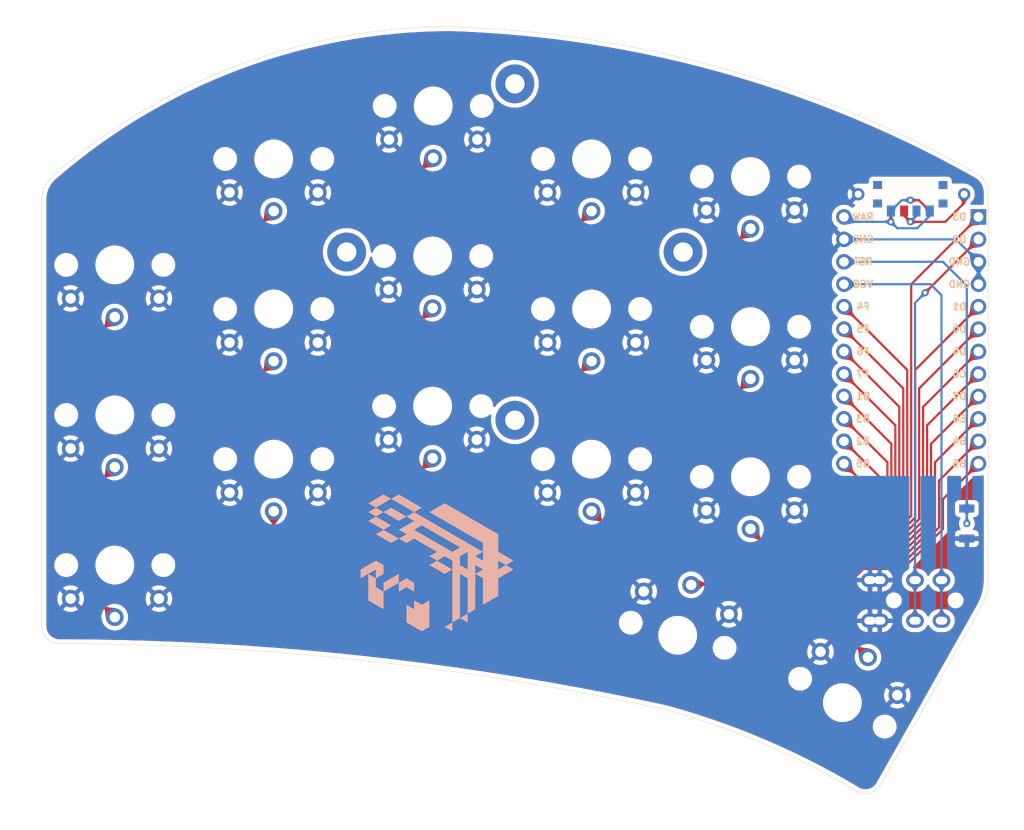
<source format=kicad_pcb>
(kicad_pcb (version 20211014) (generator pcbnew)
  (title_block (title "Clean Sweep") (date "2022-03-21") (rev "1.0") (company "lilylabs"))
  (layers (0 "F.Cu" signal) (31 "B.Cu" signal) (36 "B.SilkS" user "B.Silkscreen") (37 "F.SilkS" user "F.Silkscreen") (38 "B.Mask" user) (39 "F.Mask" user) (44 "Edge.Cuts" user))
  (net 0 "")
  (net 1 "bat+")
  (net 2 "gnd")
  (net 3 "sw18")
  (net 4 "vcc")
  (net 5 "unconnected-(PWRSW1-Pad1)")
  (net 6 "raw")
  (net 7 "rst")
  (net 8 "sw1")
  (net 9 "sw2")
  (net 10 "sw3")
  (net 11 "sw4")
  (net 12 "sw5")
  (net 13 "sw6")
  (net 14 "sw7")
  (net 15 "sw8")
  (net 16 "sw9")
  (net 17 "sw10")
  (net 18 "sw11")
  (net 19 "sw12")
  (net 20 "sw13")
  (net 21 "sw14")
  (net 22 "sw15")
  (net 23 "sw16")
  (net 24 "sw17")
  (footprint "clean-sweep:Kailh-PG1350-1u-reversible" (layer "F.Cu") (at 47 51)
    (fp_text reference "SW7" hide)
    (fp_text value "SW_Push" hide)
  )
  (footprint "clean-sweep:Kailh-PG1350-1u-reversible" (layer "F.Cu") (at 29 46)
    (fp_text reference "SW1" hide)
    (fp_text value "SW_Push" hide)
  )
  (footprint "clean-sweep:Kailh-PG1350-1u-reversible" (layer "F.Cu") (at 65.0675 28)
    (fp_text reference "SW3" hide)
    (fp_text value "SW_Push" hide)
  )
  (footprint "clean-sweep:TentingPuck" (layer "F.Cu") (at 74.314897 44.545229)
    (fp_text reference "TP1" hide)
    (fp_text value "Tenting Puck" hide)
  )
  (footprint "clean-sweep:Kailh-PG1350-1u-reversible" (layer "F.Cu") (at 83 51)
    (fp_text reference "SW9" hide)
    (fp_text value "SW_Push" hide)
  )
  (footprint "clean-sweep:Kailh-PG1350-1u-reversible" (layer "F.Cu") (at 92.750745 87.947188 165)
    (fp_text reference "SW16" hide)
    (fp_text value "SW_Push" hide)
  )
  (footprint "clean-sweep:Kailh-PG1350-1u-reversible" (layer "F.Cu") (at 47 68)
    (fp_text reference "SW12" hide)
    (fp_text value "SW_Push" hide)
  )
  (footprint "clean-sweep:Kailh-PG1350-1u-reversible" (layer "F.Cu") (at 83 34)
    (fp_text reference "SW4" hide)
    (fp_text value "SW_Push" hide)
  )
  (footprint "clean-sweep:Kailh-PG1350-1u-reversible" (layer "F.Cu") (at 29 80)
    (fp_text reference "SW11" hide)
    (fp_text value "SW_Push" hide)
  )
  (footprint "clean-sweep:Kailh-PG1350-1u-reversible" (layer "F.Cu") (at 111.405871 95.580387 150.5)
    (fp_text reference "SW17" hide)
    (fp_text value "SW_Push" hide)
  )
  (footprint "clean-sweep:Kailh-PG1350-1u-reversible" (layer "F.Cu") (at 29 63)
    (fp_text reference "SW6" hide)
    (fp_text value "SW_Push" hide)
  )
  (footprint "clean-sweep:SW_SPST_B3U-1000P-reversible" (layer "F.Cu") (at 125.5 75.3 90)
    (fp_text reference "RSW1" hide)
    (fp_text value "SW_Push" hide)
  )
  (footprint "clean-sweep:Kailh-PG1350-1u-reversible" (layer "F.Cu") (at 65 62)
    (fp_text reference "SW13" hide)
    (fp_text value "SW_Push" hide)
  )
  (footprint "clean-sweep:Kailh-PG1350-1u-reversible" (layer "F.Cu") (at 83 68)
    (fp_text reference "SW14" hide)
    (fp_text value "SW_Push" hide)
  )
  (footprint "clean-sweep:Kailh-PG1350-1u-reversible" (layer "F.Cu") (at 65 45)
    (fp_text reference "SW8" hide)
    (fp_text value "SW_Push" hide)
  )
  (footprint "clean-sweep:Kailh-PG1350-1u-reversible" (layer "F.Cu") (at 101 36)
    (fp_text reference "SW5" hide)
    (fp_text value "SW_Push" hide)
  )
  (footprint "clean-sweep:Kailh-PG1350-1u-reversible" (layer "F.Cu") (at 101 53)
    (fp_text reference "SW10" hide)
    (fp_text value "SW_Push" hide)
  )
  (footprint "clean-sweep:Bee-flipped" (layer "F.Cu") (at 65.5 80.5)
    (fp_text reference "Bee" hide)
    (fp_text value "G*****" hide)
  )
  (footprint "clean-sweep:Kailh-PG1350-1u-reversible" (layer "F.Cu") (at 47 34)
    (fp_text reference "SW2" hide)
    (fp_text value "SW_Push" hide)
  )
  (footprint "clean-sweep:TRRS-PJ-320A-reversible" (layer "F.Cu") (at 125.8325 84 -90)
    (fp_text reference "J1" hide)
    (fp_text value "TRRS" hide)
  )
  (footprint "clean-sweep:Kailh-PG1350-1u-reversible" (layer "F.Cu") (at 101 70)
    (fp_text reference "SW15" hide)
    (fp_text value "SW_Push" hide)
  )
  (footprint "clean-sweep:ProMicro" (layer "B.Cu") (at 119.2 52 180)
    (fp_text reference "U1" hide)
    (fp_text value "ProMicro" hide)
  )
  (footprint "clean-sweep:SW_SPDT_MSK-12C02-reversible" (layer "B.Cu") (at 119.1 38 180)
    (fp_text reference "PWRSW1" hide)
    (fp_text value "SW_SPDT" hide)
  )
  (footprint "clean-sweep:VIA-1.4mm" (layer "B.Cu") (at 119.181839 50.610244 180)
    (fp_text reference "BATGND1" hide)
    (fp_text value "MountingHole_Pad" hide)
  )
  (footprint "clean-sweep:VIA-1.4mm" (layer "B.Cu") (at 119.181839 50.610244 180)
    (fp_text reference "BAT+1" hide)
    (fp_text value "MountingHole_Pad" hide)
  )
  (gr_arc (start 91.414546 96.382519) (mid 102.534917 100.25948) (end 113.022946 105.616226) (layer "Edge.Cuts") (width 0.05))
  (gr_arc (start 127.917412 81.376746) (mid 127.726539 83.152886) (end 127.064092 84.811883) (layer "Edge.Cuts") (width 0.05))
  (gr_arc (start 22.773412 88.901692) (mid 21.306273 88.292852) (end 20.749412 86.805206) (layer "Edge.Cuts") (width 0.05))
  (gr_arc (start 67.095801 19.026712) (mid 97.901446 23.752482) (end 126.691021 35.689022) (layer "Edge.Cuts") (width 0.05))
  (gr_line (start 127.917412 81.376746) (end 127.917412 37.898912) (layer "Edge.Cuts") (width 0.05))
  (gr_arc (start 22.773412 88.901692) (mid 57.293854 90.808128) (end 91.414546 96.382519) (layer "Edge.Cuts") (width 0.05))
  (gr_arc (start 20.749412 38.610478) (mid 21.107531 37.037534) (end 22.122412 35.783573) (layer "Edge.Cuts") (width 0.05))
  (gr_arc (start 22.122412 35.783573) (mid 43.098936 23.352028) (end 67.095801 19.026712) (layer "Edge.Cuts") (width 0.05))
  (gr_arc (start 126.691021 35.689022) (mid 127.611188 36.623611) (end 127.917412 37.898912) (layer "Edge.Cuts") (width 0.05))
  (gr_arc (start 115.675412 104.969838) (mid 114.479723 105.82872) (end 113.022946 105.616226) (layer "Edge.Cuts") (width 0.05))
  (gr_line (start 20.749412 86.805206) (end 20.749412 38.610478) (layer "Edge.Cuts") (width 0.05))
  (gr_line (start 115.675412 104.969838) (end 127.064092 84.811883) (layer "Edge.Cuts") (width 0.05))
  (segment (start 123.063326 41.124502) (end 125.2 38.987828) (width 0.25) (layer "F.Cu") (net 1))
  (segment (start 125.2 38.987828) (end 125.2 38) (width 0.25) (layer "F.Cu") (net 1))
  (segment (start 119.1 41.124502) (end 123.063326 41.124502) (width 0.25) (layer "F.Cu") (net 1))
  (segment (start 118.4 40.424502) (end 119.1 41.124502) (width 0.25) (layer "F.Cu") (net 1))
  (segment (start 118.4 39.9) (end 118.4 40.424502) (width 0.25) (layer "F.Cu") (net 1))
  (via (at 119.1 41.124502) (size 0.8) (drill 0.4) (layers "F.Cu" "B.Cu") (net 1))
  (segment (start 119.8 39.9) (end 119.8 40.424502) (width 0.25) (layer "B.Cu") (net 1))
  (segment (start 119.8 40.424502) (end 119.1 41.124502) (width 0.25) (layer "B.Cu") (net 1))
  (segment (start 111.58 43.11) (end 124.28 43.11) (width 0.25) (layer "B.Cu") (net 2))
  (segment (start 126.82 48.19) (end 126.82 45.65) (width 0.25) (layer "B.Cu") (net 2))
  (segment (start 124.28 43.11) (end 126.82 45.65) (width 0.25) (layer "B.Cu") (net 2))
  (segment (start 126.82 43.11) (end 120.779678 49.150322) (width 0.25) (layer "F.Cu") (net 3))
  (segment (start 120.779678 49.150322) (end 120.779678 49.15227) (width 0.25) (layer "F.Cu") (net 3))
  (via (at 120.779678 49.15227) (size 0.8) (drill 0.4) (layers "F.Cu" "B.Cu") (net 3))
  (segment (start 119.6325 50.299448) (end 119.6325 81.7) (width 0.25) (layer "B.Cu") (net 3))
  (segment (start 120.779678 49.15227) (end 119.6325 50.299448) (width 0.25) (layer "B.Cu") (net 3))
  (segment (start 119.6325 86.3) (end 119.6325 81.7) (width 0.25) (layer "B.Cu") (net 3))
  (segment (start 122.6325 49.433217) (end 121.389283 48.19) (width 0.25) (layer "B.Cu") (net 4))
  (segment (start 121.389283 48.19) (end 111.58 48.19) (width 0.25) (layer "B.Cu") (net 4))
  (segment (start 122.6325 81.7) (end 122.6325 49.433217) (width 0.25) (layer "B.Cu") (net 4))
  (segment (start 122.6325 86.3) (end 122.6325 81.7) (width 0.25) (layer "B.Cu") (net 4))
  (segment (start 120.075498 38.675498) (end 121.3 39.9) (width 0.25) (layer "F.Cu") (net 5))
  (segment (start 119.1 38.675498) (end 120.075498 38.675498) (width 0.25) (layer "F.Cu") (net 5))
  (via (at 119.1 38.675498) (size 0.8) (drill 0.4) (layers "F.Cu" "B.Cu") (net 5))
  (segment (start 118.124502 38.675498) (end 116.9 39.9) (width 0.25) (layer "B.Cu") (net 5))
  (segment (start 119.1 38.675498) (end 118.124502 38.675498) (width 0.25) (layer "B.Cu") (net 5))
  (segment (start 116.9 39.9) (end 116.9 41.124502) (width 0.25) (layer "F.Cu") (net 6))
  (via (at 116.9 41.124502) (size 0.8) (drill 0.4) (layers "F.Cu" "B.Cu") (net 6))
  (segment (start 117.624511 41.849013) (end 116.9 41.124502) (width 0.25) (layer "B.Cu") (net 6))
  (segment (start 121.3 39.9) (end 121.3 40.440384) (width 0.25) (layer "B.Cu") (net 6))
  (segment (start 116.9 41.124502) (end 112.134502 41.124502) (width 0.25) (layer "B.Cu") (net 6))
  (segment (start 112.134502 41.124502) (end 111.58 40.57) (width 0.25) (layer "B.Cu") (net 6))
  (segment (start 119.891371 41.849013) (end 117.624511 41.849013) (width 0.25) (layer "B.Cu") (net 6))
  (segment (start 121.3 40.440384) (end 119.891371 41.849013) (width 0.25) (layer "B.Cu") (net 6))
  (segment (start 125.5 73.6) (end 125.5 75.3) (width 0.25) (layer "F.Cu") (net 7))
  (via (at 125.5 75.3) (size 0.8) (drill 0.4) (layers "F.Cu" "B.Cu") (net 7))
  (segment (start 122.790591 45.65) (end 111.58 45.65) (width 0.25) (layer "B.Cu") (net 7))
  (segment (start 125.5 73.6) (end 125.5 75.3) (width 0.25) (layer "B.Cu") (net 7))
  (segment (start 125.5 73.6) (end 125.5 48.359409) (width 0.25) (layer "B.Cu") (net 7))
  (segment (start 125.5 48.359409) (end 122.790591 45.65) (width 0.25) (layer "B.Cu") (net 7))
  (segment (start 47.186728 80.062316) (end 43.226869 76.102457) (width 0.25) (layer "F.Cu") (net 8))
  (segment (start 113.217696 79.088259) (end 109.336272 82.969683) (width 0.25) (layer "F.Cu") (net 8))
  (segment (start 109.336272 82.969683) (end 98.031752 82.969683) (width 0.25) (layer "F.Cu") (net 8))
  (segment (start 121.4476 75.353403) (end 117.712744 79.088259) (width 0.25) (layer "F.Cu") (net 8))
  (segment (start 98.031752 82.969683) (end 95.124385 80.062316) (width 0.25) (layer "F.Cu") (net 8))
  (segment (start 43.226869 76.102457) (end 27.299666 76.102457) (width 0.25) (layer "F.Cu") (net 8))
  (segment (start 27.299666 76.102457) (end 25.784911 74.587701) (width 0.25) (layer "F.Cu") (net 8))
  (segment (start 25.784911 74.587701) (end 25.784911 55.115089) (width 0.25) (layer "F.Cu") (net 8))
  (segment (start 117.712744 79.088259) (end 113.217696 79.088259) (width 0.25) (layer "F.Cu") (net 8))
  (segment (start 95.124385 80.062316) (end 47.186728 80.062316) (width 0.25) (layer "F.Cu") (net 8))
  (segment (start 121.4476 66.2624) (end 121.4476 75.353403) (width 0.25) (layer "F.Cu") (net 8))
  (segment (start 25.784911 55.115089) (end 29 51.9) (width 0.25) (layer "F.Cu") (net 8))
  (segment (start 126.82 60.89) (end 121.4476 66.2624) (width 0.25) (layer "F.Cu") (net 8))
  (segment (start 117.340348 78.189219) (end 112.8453 78.189219) (width 0.25) (layer "F.Cu") (net 9))
  (segment (start 47.559125 79.163276) (end 43.784479 75.38863) (width 0.25) (layer "F.Cu") (net 9))
  (segment (start 112.8453 78.189219) (end 108.963875 82.070643) (width 0.25) (layer "F.Cu") (net 9))
  (segment (start 120.54856 62.08144) (end 120.54856 74.981007) (width 0.25) (layer "F.Cu") (net 9))
  (segment (start 120.54856 74.981007) (end 117.340348 78.189219) (width 0.25) (layer "F.Cu") (net 9))
  (segment (start 126.82 55.81) (end 120.54856 62.08144) (width 0.25) (layer "F.Cu") (net 9))
  (segment (start 108.963875 82.070643) (end 98.404148 82.070643) (width 0.25) (layer "F.Cu") (net 9))
  (segment (start 43.784479 43.115521) (end 47 39.9) (width 0.25) (layer "F.Cu") (net 9))
  (segment (start 43.784479 75.38863) (end 43.784479 43.115521) (width 0.25) (layer "F.Cu") (net 9))
  (segment (start 98.404148 82.070643) (end 95.496781 79.163276) (width 0.25) (layer "F.Cu") (net 9))
  (segment (start 95.496781 79.163276) (end 47.559125 79.163276) (width 0.25) (layer "F.Cu") (net 9))
  (segment (start 61.793355 37.106645) (end 65 33.9) (width 0.25) (layer "F.Cu") (net 10))
  (segment (start 96.055375 77.814716) (end 63.231884 77.814716) (width 0.25) (layer "F.Cu") (net 10))
  (segment (start 119.2 74.422413) (end 116.781754 76.840659) (width 0.25) (layer "F.Cu") (net 10))
  (segment (start 98.962742 80.722083) (end 96.055375 77.814716) (width 0.25) (layer "F.Cu") (net 10))
  (segment (start 116.781754 76.840659) (end 112.286706 76.840659) (width 0.25) (layer "F.Cu") (net 10))
  (segment (start 61.793355 76.376187) (end 61.793355 37.106645) (width 0.25) (layer "F.Cu") (net 10))
  (segment (start 112.286706 76.840659) (end 108.405281 80.722083) (width 0.25) (layer "F.Cu") (net 10))
  (segment (start 108.405281 80.722083) (end 98.962742 80.722083) (width 0.25) (layer "F.Cu") (net 10))
  (segment (start 63.231884 77.814716) (end 61.793355 76.376187) (width 0.25) (layer "F.Cu") (net 10))
  (segment (start 126.82 40.57) (end 119.2 48.19) (width 0.25) (layer "F.Cu") (net 10))
  (segment (start 119.2 48.19) (end 119.2 74.422413) (width 0.25) (layer "F.Cu") (net 10))
  (segment (start 107.846687 79.373523) (end 99.521336 79.373523) (width 0.25) (layer "F.Cu") (net 11))
  (segment (start 111.728112 75.492099) (end 107.846687 79.373523) (width 0.25) (layer "F.Cu") (net 11))
  (segment (start 111.58 55.81) (end 117.85144 62.08144) (width 0.25) (layer "F.Cu") (net 11))
  (segment (start 117.85144 73.863819) (end 116.22316 75.492099) (width 0.25) (layer "F.Cu") (net 11))
  (segment (start 116.22316 75.492099) (end 111.728112 75.492099) (width 0.25) (layer "F.Cu") (net 11))
  (segment (start 117.85144 62.08144) (end 117.85144 73.863819) (width 0.25) (layer "F.Cu") (net 11))
  (segment (start 79.764488 43.135512) (end 83 39.9) (width 0.25) (layer "F.Cu") (net 11))
  (segment (start 99.521336 79.373523) (end 96.613969 76.466156) (width 0.25) (layer "F.Cu") (net 11))
  (segment (start 79.764488 74.320953) (end 79.764488 43.135512) (width 0.25) (layer "F.Cu") (net 11))
  (segment (start 96.613969 76.466156) (end 81.909691 76.466156) (width 0.25) (layer "F.Cu") (net 11))
  (segment (start 81.909691 76.466156) (end 79.764488 74.320953) (width 0.25) (layer "F.Cu") (net 11))
  (segment (start 97.783184 75.728217) (end 97.783184 45.116816) (width 0.25) (layer "F.Cu") (net 12))
  (segment (start 97.783184 45.116816) (end 101 41.9) (width 0.25) (layer "F.Cu") (net 12))
  (segment (start 116.50288 68.35288) (end 116.50288 73.305225) (width 0.25) (layer "F.Cu") (net 12))
  (segment (start 115.664566 74.143539) (end 111.169518 74.143539) (width 0.25) (layer "F.Cu") (net 12))
  (segment (start 107.288093 78.024963) (end 100.07993 78.024963) (width 0.25) (layer "F.Cu") (net 12))
  (segment (start 111.169518 74.143539) (end 107.288093 78.024963) (width 0.25) (layer "F.Cu") (net 12))
  (segment (start 111.58 63.43) (end 116.50288 68.35288) (width 0.25) (layer "F.Cu") (net 12))
  (segment (start 116.50288 73.305225) (end 115.664566 74.143539) (width 0.25) (layer "F.Cu") (net 12))
  (segment (start 100.07993 78.024963) (end 97.783184 75.728217) (width 0.25) (layer "F.Cu") (net 12))
  (segment (start 126.82 58.35) (end 120.99808 64.17192) (width 0.25) (layer "F.Cu") (net 13))
  (segment (start 26.234431 71.665569) (end 29 68.9) (width 0.25) (layer "F.Cu") (net 13))
  (segment (start 120.99808 64.17192) (end 120.99808 75.167205) (width 0.25) (layer "F.Cu") (net 13))
  (segment (start 95.310583 79.612796) (end 47.372925 79.612796) (width 0.25) (layer "F.Cu") (net 13))
  (segment (start 120.99808 75.167205) (end 117.526546 78.638739) (width 0.25) (layer "F.Cu") (net 13))
  (segment (start 43.413066 75.652937) (end 27.485864 75.652937) (width 0.25) (layer "F.Cu") (net 13))
  (segment (start 27.485864 75.652937) (end 26.234431 74.401504) (width 0.25) (layer "F.Cu") (net 13))
  (segment (start 26.234431 74.401504) (end 26.234431 71.665569) (width 0.25) (layer "F.Cu") (net 13))
  (segment (start 47.372925 79.612796) (end 43.413066 75.652937) (width 0.25) (layer "F.Cu") (net 13))
  (segment (start 109.150072 82.520163) (end 98.21795 82.520163) (width 0.25) (layer "F.Cu") (net 13))
  (segment (start 98.21795 82.520163) (end 95.310583 79.612796) (width 0.25) (layer "F.Cu") (net 13))
  (segment (start 113.031498 78.638739) (end 109.150072 82.520163) (width 0.25) (layer "F.Cu") (net 13))
  (segment (start 117.526546 78.638739) (end 113.031498 78.638739) (width 0.25) (layer "F.Cu") (net 13))
  (segment (start 120.09904 74.794809) (end 117.15415 77.739699) (width 0.25) (layer "F.Cu") (net 14))
  (segment (start 44.233999 59.666001) (end 47 56.9) (width 0.25) (layer "F.Cu") (net 14))
  (segment (start 98.590346 81.621123) (end 95.682979 78.713756) (width 0.25) (layer "F.Cu") (net 14))
  (segment (start 95.682979 78.713756) (end 47.745323 78.713756) (width 0.25) (layer "F.Cu") (net 14))
  (segment (start 44.233999 75.202432) (end 44.233999 59.666001) (width 0.25) (layer "F.Cu") (net 14))
  (segment (start 112.659102 77.739699) (end 108.777678 81.621123) (width 0.25) (layer "F.Cu") (net 14))
  (segment (start 126.82 53.27) (end 120.09904 59.99096) (width 0.25) (layer "F.Cu") (net 14))
  (segment (start 108.777678 81.621123) (end 98.590346 81.621123) (width 0.25) (layer "F.Cu") (net 14))
  (segment (start 47.745323 78.713756) (end 44.233999 75.202432) (width 0.25) (layer "F.Cu") (net 14))
  (segment (start 120.09904 59.99096) (end 120.09904 74.794809) (width 0.25) (layer "F.Cu") (net 14))
  (segment (start 117.15415 77.739699) (end 112.659102 77.739699) (width 0.25) (layer "F.Cu") (net 14))
  (segment (start 118.75048 74.236215) (end 116.595556 76.391139) (width 0.25) (layer "F.Cu") (net 15))
  (segment (start 111.58 50.73) (end 118.75048 57.90048) (width 0.25) (layer "F.Cu") (net 15))
  (segment (start 112.100508 76.391139) (end 108.219084 80.272563) (width 0.25) (layer "F.Cu") (net 15))
  (segment (start 116.595556 76.391139) (end 112.100508 76.391139) (width 0.25) (layer "F.Cu") (net 15))
  (segment (start 118.75048 57.90048) (end 118.75048 74.236215) (width 0.25) (layer "F.Cu") (net 15))
  (segment (start 99.14894 80.272563) (end 96.241573 77.365196) (width 0.25) (layer "F.Cu") (net 15))
  (segment (start 62.242875 53.657125) (end 65 50.9) (width 0.25) (layer "F.Cu") (net 15))
  (segment (start 63.418082 77.365196) (end 62.242875 76.18999) (width 0.25) (layer "F.Cu") (net 15))
  (segment (start 108.219084 80.272563) (end 99.14894 80.272563) (width 0.25) (layer "F.Cu") (net 15))
  (segment (start 96.241573 77.365196) (end 63.418082 77.365196) (width 0.25) (layer "F.Cu") (net 15))
  (segment (start 62.242875 76.18999) (end 62.242875 53.657125) (width 0.25) (layer "F.Cu") (net 15))
  (segment (start 82.095889 76.016636) (end 80.214008 74.134755) (width 0.25) (layer "F.Cu") (net 16))
  (segment (start 99.707534 78.924003) (end 96.800167 76.016636) (width 0.25) (layer "F.Cu") (net 16))
  (segment (start 116.036962 75.042579) (end 111.541914 75.042579) (width 0.25) (layer "F.Cu") (net 16))
  (segment (start 117.40192 64.17192) (end 117.40192 73.677621) (width 0.25) (layer "F.Cu") (net 16))
  (segment (start 117.40192 73.677621) (end 116.036962 75.042579) (width 0.25) (layer "F.Cu") (net 16))
  (segment (start 80.214008 59.685992) (end 83 56.9) (width 0.25) (layer "F.Cu") (net 16))
  (segment (start 107.66049 78.924003) (end 99.707534 78.924003) (width 0.25) (layer "F.Cu") (net 16))
  (segment (start 96.800167 76.016636) (end 82.095889 76.016636) (width 0.25) (layer "F.Cu") (net 16))
  (segment (start 111.58 58.35) (end 117.40192 64.17192) (width 0.25) (layer "F.Cu") (net 16))
  (segment (start 80.214008 74.134755) (end 80.214008 59.685992) (width 0.25) (layer "F.Cu") (net 16))
  (segment (start 111.541914 75.042579) (end 107.66049 78.924003) (width 0.25) (layer "F.Cu") (net 16))
  (segment (start 116.05336 70.44336) (end 116.05336 73.119027) (width 0.25) (layer "F.Cu") (net 17))
  (segment (start 98.232704 61.667296) (end 101 58.9) (width 0.25) (layer "F.Cu") (net 17))
  (segment (start 107.101896 77.575443) (end 100.266128 77.575443) (width 0.25) (layer "F.Cu") (net 17))
  (segment (start 115.478368 73.694019) (end 110.98332 73.694019) (width 0.25) (layer "F.Cu") (net 17))
  (segment (start 111.58 65.97) (end 116.05336 70.44336) (width 0.25) (layer "F.Cu") (net 17))
  (segment (start 100.266128 77.575443) (end 98.232704 75.542019) (width 0.25) (layer "F.Cu") (net 17))
  (segment (start 98.232704 75.542019) (end 98.232704 61.667296) (width 0.25) (layer "F.Cu") (net 17))
  (segment (start 110.98332 73.694019) (end 107.101896 77.575443) (width 0.25) (layer "F.Cu") (net 17))
  (segment (start 116.05336 73.119027) (end 115.478368 73.694019) (width 0.25) (layer "F.Cu") (net 17))
  (segment (start 27.298615 76.551977) (end 25.785964 78.064628) (width 0.25) (layer "F.Cu") (net 18))
  (segment (start 117.898942 79.537779) (end 113.403894 79.537779) (width 0.25) (layer "F.Cu") (net 18))
  (segment (start 121.897119 68.352881) (end 121.897119 75.539602) (width 0.25) (layer "F.Cu") (net 18))
  (segment (start 25.785964 78.064628) (end 25.785964 82.685964) (width 0.25) (layer "F.Cu") (net 18))
  (segment (start 25.785964 82.685964) (end 29 85.9) (width 0.25) (layer "F.Cu") (net 18))
  (segment (start 94.938187 80.511836) (end 47.000531 80.511836) (width 0.25) (layer "F.Cu") (net 18))
  (segment (start 126.82 63.43) (end 121.897119 68.352881) (width 0.25) (layer "F.Cu") (net 18))
  (segment (start 43.040672 76.551977) (end 27.298615 76.551977) (width 0.25) (layer "F.Cu") (net 18))
  (segment (start 121.897119 75.539602) (end 117.898942 79.537779) (width 0.25) (layer "F.Cu") (net 18))
  (segment (start 97.845554 83.419203) (end 94.938187 80.511836) (width 0.25) (layer "F.Cu") (net 18))
  (segment (start 47.000531 80.511836) (end 43.040672 76.551977) (width 0.25) (layer "F.Cu") (net 18))
  (segment (start 109.522469 83.419203) (end 97.845554 83.419203) (width 0.25) (layer "F.Cu") (net 18))
  (segment (start 113.403894 79.537779) (end 109.522469 83.419203) (width 0.25) (layer "F.Cu") (net 18))
  (segment (start 126.82 50.73) (end 119.64952 57.90048) (width 0.25) (layer "F.Cu") (net 19))
  (segment (start 112.472904 77.290179) (end 108.591478 81.171603) (width 0.25) (layer "F.Cu") (net 19))
  (segment (start 116.967952 77.290179) (end 112.472904 77.290179) (width 0.25) (layer "F.Cu") (net 19))
  (segment (start 108.591478 81.171603) (end 98.776544 81.171603) (width 0.25) (layer "F.Cu") (net 19))
  (segment (start 47.931521 78.264236) (end 47 77.332715) (width 0.25) (layer "F.Cu") (net 19))
  (segment (start 47 77.332715) (end 47 73.9) (width 0.25) (layer "F.Cu") (net 19))
  (segment (start 98.776544 81.171603) (end 95.869177 78.264236) (width 0.25) (layer "F.Cu") (net 19))
  (segment (start 119.64952 57.90048) (end 119.64952 74.608611) (width 0.25) (layer "F.Cu") (net 19))
  (segment (start 119.64952 74.608611) (end 116.967952 77.290179) (width 0.25) (layer "F.Cu") (net 19))
  (segment (start 95.869177 78.264236) (end 47.931521 78.264236) (width 0.25) (layer "F.Cu") (net 19))
  (segment (start 118.30096 74.050017) (end 116.409358 75.941619) (width 0.25) (layer "F.Cu") (net 20))
  (segment (start 99.335138 79.823043) (end 96.427771 76.915676) (width 0.25) (layer "F.Cu") (net 20))
  (segment (start 116.409358 75.941619) (end 111.91431 75.941619) (width 0.25) (layer "F.Cu") (net 20))
  (segment (start 111.58 53.27) (end 118.30096 59.99096) (width 0.25) (layer "F.Cu") (net 20))
  (segment (start 96.427771 76.915676) (end 63.604279 76.915676) (width 0.25) (layer "F.Cu") (net 20))
  (segment (start 118.30096 59.99096) (end 118.30096 74.050017) (width 0.25) (layer "F.Cu") (net 20))
  (segment (start 108.032884 79.823043) (end 99.335138 79.823043) (width 0.25) (layer "F.Cu") (net 20))
  (segment (start 62.692395 76.003792) (end 62.692395 70.207605) (width 0.25) (layer "F.Cu") (net 20))
  (segment (start 62.692395 70.207605) (end 65 67.9) (width 0.25) (layer "F.Cu") (net 20))
  (segment (start 63.604279 76.915676) (end 62.692395 76.003792) (width 0.25) (layer "F.Cu") (net 20))
  (segment (start 111.91431 75.941619) (end 108.032884 79.823043) (width 0.25) (layer "F.Cu") (net 20))
  (segment (start 115.850764 74.593059) (end 111.355716 74.593059) (width 0.25) (layer "F.Cu") (net 21))
  (segment (start 96.986365 75.567116) (end 84.667116 75.567116) (width 0.25) (layer "F.Cu") (net 21))
  (segment (start 84.667116 75.567116) (end 83 73.9) (width 0.25) (layer "F.Cu") (net 21))
  (segment (start 99.893732 78.474483) (end 96.986365 75.567116) (width 0.25) (layer "F.Cu") (net 21))
  (segment (start 111.58 60.89) (end 116.9524 66.2624) (width 0.25) (layer "F.Cu") (net 21))
  (segment (start 116.9524 66.2624) (end 116.9524 73.491423) (width 0.25) (layer "F.Cu") (net 21))
  (segment (start 116.9524 73.491423) (end 115.850764 74.593059) (width 0.25) (layer "F.Cu") (net 21))
  (segment (start 111.355716 74.593059) (end 107.47429 78.474483) (width 0.25) (layer "F.Cu") (net 21))
  (segment (start 107.47429 78.474483) (end 99.893732 78.474483) (width 0.25) (layer "F.Cu") (net 21))
  (segment (start 110.797122 73.244499) (end 115.29217 73.244499) (width 0.25) (layer "F.Cu") (net 22))
  (segment (start 102.225923 77.125923) (end 106.915698 77.125923) (width 0.25) (layer "F.Cu") (net 22))
  (segment (start 115.60384 72.932829) (end 115.60384 72.53384) (width 0.25) (layer "F.Cu") (net 22))
  (segment (start 106.915698 77.125923) (end 110.797122 73.244499) (width 0.25) (layer "F.Cu") (net 22))
  (segment (start 115.60384 72.53384) (end 111.58 68.51) (width 0.25) (layer "F.Cu") (net 22))
  (segment (start 115.29217 73.244499) (end 115.60384 72.932829) (width 0.25) (layer "F.Cu") (net 22))
  (segment (start 101 75.9) (end 102.225923 77.125923) (width 0.25) (layer "F.Cu") (net 22))
  (segment (start 122.346639 70.443361) (end 122.346639 75.7258) (width 0.25) (layer "F.Cu") (net 23))
  (segment (start 97.659356 83.868723) (end 96.038859 82.248226) (width 0.25) (layer "F.Cu") (net 23))
  (segment (start 126.82 65.97) (end 122.346639 70.443361) (width 0.25) (layer "F.Cu") (net 23))
  (segment (start 122.346639 75.7258) (end 118.08514 79.987299) (width 0.25) (layer "F.Cu") (net 23))
  (segment (start 96.038859 82.248226) (end 94.277777 82.248226) (width 0.25) (layer "F.Cu") (net 23))
  (segment (start 109.708666 83.868723) (end 97.659356 83.868723) (width 0.25) (layer "F.Cu") (net 23))
  (segment (start 113.590092 79.987299) (end 109.708666 83.868723) (width 0.25) (layer "F.Cu") (net 23))
  (segment (start 118.08514 79.987299) (end 113.590092 79.987299) (width 0.25) (layer "F.Cu") (net 23))
  (segment (start 109.97314 86.107258) (end 114.31117 90.445288) (width 0.25) (layer "F.Cu") (net 24))
  (segment (start 118.271338 80.436819) (end 113.77629 80.436819) (width 0.25) (layer "F.Cu") (net 24))
  (segment (start 109.97314 84.239969) (end 109.97314 86.107258) (width 0.25) (layer "F.Cu") (net 24))
  (segment (start 126.82 68.51) (end 122.796159 72.533841) (width 0.25) (layer "F.Cu") (net 24))
  (segment (start 122.796159 72.533841) (end 122.796159 75.911998) (width 0.25) (layer "F.Cu") (net 24))
  (segment (start 122.796159 75.911998) (end 118.271338 80.436819) (width 0.25) (layer "F.Cu") (net 24))
  (segment (start 113.77629 80.436819) (end 109.97314 84.239969) (width 0.25) (layer "F.Cu") (net 24))
  (zone (net 15) (net_name "sw8") (layer "F.Cu") (priority 16962) (connect_pads yes (clearance 0)) (min_thickness 0.0254) (fill yes (thermal_gap 0.508) (thermal_bridge_width 0.508))
    (polygon (pts (xy 112.903208 51.876431) (xy 112.764926 51.723023) (xy 112.666814 51.582081) (xy 112.601201 51.449766) (xy 112.56042 51.322235) (xy 112.536803 51.195647) (xy 112.52268 51.066162) (xy 112.510383 50.929937) (xy 112.492244 50.783133) (xy 112.460595 50.621907) (xy 112.407767 50.44242) (xy 111.270182 50.420182) (xy 111.29242 51.557767) (xy 111.471907 51.610595) (xy 111.633133 51.642244) (xy 111.779937 51.660383) (xy 111.916162 51.67268) (xy 112.045647 51.686803) (xy 112.172235 51.71042) (xy 112.299766 51.751201) (xy 112.432081 51.816814) (xy 112.573023 51.914926) (xy 112.726431 52.053208)))
  )
  (zone (net 3) (net_name "sw18") (layer "F.Cu") (priority 16962) (connect_pads yes (clearance 0)) (min_thickness 0.0254) (fill yes (thermal_gap 0.508) (thermal_bridge_width 0.508))
    (polygon (pts (xy 121.249903 48.50332) (xy 121.183416 48.565198) (xy 121.123032 48.612336) (xy 121.066978 48.647366) (xy 121.013484 48.672925) (xy 120.960778 48.691645) (xy 120.907089 48.706162) (xy 120.850646 48.71911) (xy 120.789677 48.733124) (xy 120.722412 48.750839) (xy 120.647079 48.774888) (xy 120.638756 49.294188) (xy 121.157984 49.282209) (xy 121.181451 49.206898) (xy 121.198691 49.139654) (xy 121.212322 49.07871) (xy 121.224963 49.022299) (xy 121.239232 48.968655) (xy 121.25775 48.91601) (xy 121.283135 48.862598) (xy 121.318005 48.806653) (xy 121.36498 48.746408) (xy 121.42668 48.680097)))
  )
  (zone (net 5) (net_name "unconnected-(PWRSW1-Pad1)") (layer "F.Cu") (priority 16962) (connect_pads yes (clearance 0)) (min_thickness 0.0254) (fill yes (thermal_gap 0.508) (thermal_bridge_width 0.508))
    (polygon (pts (xy 119.89 38.550498) (xy 119.799538 38.547231) (xy 119.723777 38.537839) (xy 119.65961 38.522933) (xy 119.603935 38.503123) (xy 119.553647 38.479021) (xy 119.50564 38.451236) (xy 119.456812 38.420381) (xy 119.404058 38.387065) (xy 119.344274 38.351901) (xy 119.274355 38.315498) (xy 118.9 38.675498) (xy 119.274355 39.035498) (xy 119.344274 38.999094) (xy 119.404058 38.96393) (xy 119.456812 38.930614) (xy 119.50564 38.899759) (xy 119.553647 38.871974) (xy 119.603935 38.847872) (xy 119.65961 38.828062) (xy 119.723777 38.813156) (xy 119.799538 38.803764) (xy 119.89 38.800498)))
  )
  (zone (net 1) (net_name "bat+") (layer "F.Cu") (priority 16962) (connect_pads yes (clearance 0)) (min_thickness 0.0254) (fill yes (thermal_gap 0.508) (thermal_bridge_width 0.508))
    (polygon (pts (xy 118.452998 40.654277) (xy 118.514653 40.720552) (xy 118.561584 40.780764) (xy 118.596416 40.836677) (xy 118.621777 40.890052) (xy 118.640293 40.942655) (xy 118.654592 40.996247) (xy 118.6673 41.052591) (xy 118.681046 41.113451) (xy 118.698454 41.18059) (xy 118.722154 41.255772) (xy 119.241421 41.265923) (xy 119.23127 40.746656) (xy 119.156088 40.722956) (xy 119.088949 40.705548) (xy 119.028089 40.691802) (xy 118.971745 40.679094) (xy 118.918153 40.664795) (xy 118.86555 40.646279) (xy 118.812175 40.620918) (xy 118.756262 40.586086) (xy 118.69605 40.539155) (xy 118.629775 40.4775)))
  )
  (zone (net 1) (net_name "bat+") (layer "F.Cu") (priority 16962) (connect_pads yes (clearance 0)) (min_thickness 0.0254) (fill yes (thermal_gap 0.508) (thermal_bridge_width 0.508))
    (polygon (pts (xy 118.753905 40.60163) (xy 118.709111 40.549145) (xy 118.681084 40.498993) (xy 118.667697 40.450458) (xy 118.666818 40.40283) (xy 118.676319 40.355394) (xy 118.694071 40.307437) (xy 118.717944 40.258248) (xy 118.745809 40.207112) (xy 118.775538 40.153317) (xy 118.805 40.09615) (xy 118.4 39.675) (xy 118.081802 40.218198) (xy 118.143882 40.282094) (xy 118.1954 40.338544) (xy 118.239273 40.389683) (xy 118.278413 40.437648) (xy 118.315737 40.484574) (xy 118.354159 40.532599) (xy 118.396594 40.583858) (xy 118.445957 40.640489) (xy 118.505164 40.704626) (xy 118.577128 40.778407)))
  )
  (zone (net 21) (net_name "sw14") (layer "F.Cu") (priority 16962) (connect_pads yes (clearance 0)) (min_thickness 0.0254) (fill yes (thermal_gap 0.508) (thermal_bridge_width 0.508))
    (polygon (pts (xy 112.903208 62.036431) (xy 112.764926 61.883023) (xy 112.666814 61.742081) (xy 112.601201 61.609766) (xy 112.56042 61.482235) (xy 112.536803 61.355647) (xy 112.52268 61.226162) (xy 112.510383 61.089937) (xy 112.492244 60.943133) (xy 112.460595 60.781907) (xy 112.407767 60.60242) (xy 111.270182 60.580182) (xy 111.29242 61.717767) (xy 111.471907 61.770595) (xy 111.633133 61.802244) (xy 111.779937 61.820383) (xy 111.916162 61.83268) (xy 112.045647 61.846803) (xy 112.172235 61.87042) (xy 112.299766 61.911201) (xy 112.432081 61.976814) (xy 112.573023 62.074926) (xy 112.726431 62.213208)))
  )
  (zone (net 11) (net_name "sw4") (layer "F.Cu") (priority 16962) (connect_pads yes (clearance 0)) (min_thickness 0.0254) (fill yes (thermal_gap 0.508) (thermal_bridge_width 0.508))
    (polygon (pts (xy 81.681247 41.39553) (xy 81.856945 41.237719) (xy 82.018557 41.126692) (xy 82.170448 41.053464) (xy 82.316982 41.009053) (xy 82.462526 40.984473) (xy 82.611444 40.970741) (xy 82.768103 40.958874) (xy 82.936867 40.939886) (xy 83.122103 40.904795) (xy 83.328175 40.844616) (xy 83.353553 39.546447) (xy 82.055384 39.571825) (xy 81.995204 39.777896) (xy 81.960113 39.963132) (xy 81.941125 40.131896) (xy 81.929258 40.288555) (xy 81.915526 40.437473) (xy 81.890946 40.583017) (xy 81.846535 40.729551) (xy 81.773307 40.881442) (xy 81.66228 41.043054) (xy 81.50447 41.218753)))
  )
  (zone (net 24) (net_name "sw17") (layer "F.Cu") (priority 16962) (connect_pads yes (clearance 0)) (min_thickness 0.0254) (fill yes (thermal_gap 0.508) (thermal_bridge_width 0.508))
    (polygon (pts (xy 112.81564 89.126535) (xy 112.97345 89.302233) (xy 113.084477 89.463845) (xy 113.157705 89.615736) (xy 113.202116 89.76227) (xy 113.226696 89.907814) (xy 113.240428 90.056732) (xy 113.252295 90.213391) (xy 113.271283 90.382155) (xy 113.306374 90.567391) (xy 113.366554 90.773463) (xy 114.664723 90.798841) (xy 114.639345 89.500672) (xy 114.433273 89.440492) (xy 114.248037 89.405401) (xy 114.079273 89.386413) (xy 113.922614 89.374546) (xy 113.773696 89.360814) (xy 113.628152 89.336234) (xy 113.481618 89.291823) (xy 113.329727 89.218595) (xy 113.168115 89.107568) (xy 112.992417 88.949758)))
  )
  (zone (net 23) (net_name "sw16") (layer "F.Cu") (priority 16962) (connect_pads yes (clearance 0)) (min_thickness 0.0254) (fill yes (thermal_gap 0.508) (thermal_bridge_width 0.508))
    (polygon (pts (xy 96.296187 82.328778) (xy 96.140983 82.188236) (xy 95.99812 82.08517) (xy 95.864975 82.010674) (xy 95.738928 81.955842) (xy 95.617356 81.91177) (xy 95.497639 81.869552) (xy 95.377154 81.820283) (xy 95.253281 81.755059) (xy 95.123397 81.664972) (xy 94.984883 81.54112) (xy 93.777777 82.248226) (xy 94.713666 83.148226) (xy 94.887975 83.042971) (xy 95.04397 82.91435) (xy 95.185706 82.77454) (xy 95.317241 82.63572) (xy 95.442632 82.510068) (xy 95.565935 82.409762) (xy 95.691207 82.346979) (xy 95.822506 82.333898) (xy 95.963888 82.382697) (xy 96.119411 82.505554)))
  )
  (zone (net 20) (net_name "sw13") (layer "F.Cu") (priority 16962) (connect_pads yes (clearance 0)) (min_thickness 0.0254) (fill yes (thermal_gap 0.508) (thermal_bridge_width 0.508))
    (polygon (pts (xy 112.903208 54.416431) (xy 112.764926 54.263023) (xy 112.666814 54.122081) (xy 112.601201 53.989766) (xy 112.56042 53.862235) (xy 112.536803 53.735647) (xy 112.52268 53.606162) (xy 112.510383 53.469937) (xy 112.492244 53.323133) (xy 112.460595 53.161907) (xy 112.407767 52.98242) (xy 111.270182 52.960182) (xy 111.29242 54.097767) (xy 111.471907 54.150595) (xy 111.633133 54.182244) (xy 111.779937 54.200383) (xy 111.916162 54.21268) (xy 112.045647 54.226803) (xy 112.172235 54.25042) (xy 112.299766 54.291201) (xy 112.432081 54.356814) (xy 112.573023 54.454926) (xy 112.726431 54.593208)))
  )
  (zone (net 8) (net_name "sw1") (layer "F.Cu") (priority 16962) (connect_pads yes (clearance 0)) (min_thickness 0.0254) (fill yes (thermal_gap 0.508) (thermal_bridge_width 0.508))
    (polygon (pts (xy 27.681247 53.39553) (xy 27.856945 53.237719) (xy 28.018557 53.126692) (xy 28.170448 53.053464) (xy 28.316982 53.009053) (xy 28.462526 52.984473) (xy 28.611444 52.970741) (xy 28.768103 52.958874) (xy 28.936867 52.939886) (xy 29.122103 52.904795) (xy 29.328175 52.844616) (xy 29.353553 51.546447) (xy 28.055384 51.571825) (xy 27.995204 51.777896) (xy 27.960113 51.963132) (xy 27.941125 52.131896) (xy 27.929258 52.288555) (xy 27.915526 52.437473) (xy 27.890946 52.583017) (xy 27.846535 52.729551) (xy 27.773307 52.881442) (xy 27.66228 53.043054) (xy 27.50447 53.218753)))
  )
  (zone (net 7) (net_name "rst") (layer "F.Cu") (priority 16962) (connect_pads yes (clearance 0)) (min_thickness 0.0254) (fill yes (thermal_gap 0.508) (thermal_bridge_width 0.508))
    (polygon (pts (xy 125.375 74.51) (xy 125.371733 74.600461) (xy 125.362341 74.676222) (xy 125.347435 74.740389) (xy 125.327625 74.796064) (xy 125.303523 74.846352) (xy 125.275738 74.894359) (xy 125.244883 74.943187) (xy 125.211567 74.995941) (xy 125.176403 75.055725) (xy 125.14 75.125645) (xy 125.5 75.5) (xy 125.86 75.125645) (xy 125.823596 75.055725) (xy 125.788432 74.995941) (xy 125.755116 74.943187) (xy 125.724261 74.894359) (xy 125.696476 74.846352) (xy 125.672374 74.796064) (xy 125.652564 74.740389) (xy 125.637658 74.676222) (xy 125.628266 74.600461) (xy 125.625 74.51)))
  )
  (zone (net 23) (net_name "sw16") (layer "F.Cu") (priority 16962) (connect_pads yes (clearance 0)) (min_thickness 0.0254) (fill yes (thermal_gap 0.508) (thermal_bridge_width 0.508))
    (polygon (pts (xy 125.673569 67.293208) (xy 125.826976 67.154926) (xy 125.967918 67.056814) (xy 126.100233 66.991201) (xy 126.227764 66.95042) (xy 126.354352 66.926803) (xy 126.483837 66.91268) (xy 126.620062 66.900383) (xy 126.766866 66.882244) (xy 126.928092 66.850595) (xy 127.10758 66.797767) (xy 127.129818 65.660182) (xy 125.992233 65.68242) (xy 125.939404 65.861907) (xy 125.907755 66.023133) (xy 125.889616 66.169937) (xy 125.877319 66.306162) (xy 125.863196 66.435647) (xy 125.839579 66.562235) (xy 125.798798 66.689766) (xy 125.733185 66.822081) (xy 125.635073 66.963023) (xy 125.496792 67.116431)))
  )
  (zone (net 22) (net_name "sw15") (layer "F.Cu") (priority 16962) (connect_pads yes (clearance 0)) (min_thickness 0.0254) (fill yes (thermal_gap 0.508) (thermal_bridge_width 0.508))
    (polygon (pts (xy 112.903208 69.656431) (xy 112.764926 69.503023) (xy 112.666814 69.362081) (xy 112.601201 69.229766) (xy 112.56042 69.102235) (xy 112.536803 68.975647) (xy 112.52268 68.846162) (xy 112.510383 68.709937) (xy 112.492244 68.563133) (xy 112.460595 68.401907) (xy 112.407767 68.22242) (xy 111.270182 68.200182) (xy 111.29242 69.337767) (xy 111.471907 69.390595) (xy 111.633133 69.422244) (xy 111.779937 69.440383) (xy 111.916162 69.45268) (xy 112.045647 69.466803) (xy 112.172235 69.49042) (xy 112.299766 69.531201) (xy 112.432081 69.596814) (xy 112.573023 69.694926) (xy 112.726431 69.833208)))
  )
  (zone (net 13) (net_name "sw6") (layer "F.Cu") (priority 16962) (connect_pads yes (clearance 0)) (min_thickness 0.0254) (fill yes (thermal_gap 0.508) (thermal_bridge_width 0.508))
    (polygon (pts (xy 125.673569 59.673208) (xy 125.826976 59.534926) (xy 125.967918 59.436814) (xy 126.100233 59.371201) (xy 126.227764 59.33042) (xy 126.354352 59.306803) (xy 126.483837 59.29268) (xy 126.620062 59.280383) (xy 126.766866 59.262244) (xy 126.928092 59.230595) (xy 127.10758 59.177767) (xy 127.129818 58.040182) (xy 125.992233 58.06242) (xy 125.939404 58.241907) (xy 125.907755 58.403133) (xy 125.889616 58.549937) (xy 125.877319 58.686162) (xy 125.863196 58.815647) (xy 125.839579 58.942235) (xy 125.798798 59.069766) (xy 125.733185 59.202081) (xy 125.635073 59.343023) (xy 125.496792 59.496431)))
  )
  (zone (net 17) (net_name "sw10") (layer "F.Cu") (priority 16962) (connect_pads yes (clearance 0)) (min_thickness 0.0254) (fill yes (thermal_gap 0.508) (thermal_bridge_width 0.508))
    (polygon (pts (xy 112.903208 67.116431) (xy 112.764926 66.963023) (xy 112.666814 66.822081) (xy 112.601201 66.689766) (xy 112.56042 66.562235) (xy 112.536803 66.435647) (xy 112.52268 66.306162) (xy 112.510383 66.169937) (xy 112.492244 66.023133) (xy 112.460595 65.861907) (xy 112.407767 65.68242) (xy 111.270182 65.660182) (xy 111.29242 66.797767) (xy 111.471907 66.850595) (xy 111.633133 66.882244) (xy 111.779937 66.900383) (xy 111.916162 66.91268) (xy 112.045647 66.926803) (xy 112.172235 66.95042) (xy 112.299766 66.991201) (xy 112.432081 67.056814) (xy 112.573023 67.154926) (xy 112.726431 67.293208)))
  )
  (zone (net 1) (net_name "bat+") (layer "F.Cu") (priority 16962) (connect_pads yes (clearance 0)) (min_thickness 0.0254) (fill yes (thermal_gap 0.508) (thermal_bridge_width 0.508))
    (polygon (pts (xy 124.998 39.366605) (xy 125.104024 39.255631) (xy 125.188643 39.157576) (xy 125.256849 39.069571) (xy 125.313631 38.988747) (xy 125.363981 38.912235) (xy 125.412889 38.837164) (xy 125.465345 38.760666) (xy 125.526341 38.679871) (xy 125.600867 38.59191) (xy 125.693914 38.493914) (xy 125.2 37.65075) (xy 124.57135 38.304469) (xy 124.629914 38.408821) (xy 124.696174 38.504927) (xy 124.764444 38.594561) (xy 124.829042 38.679499) (xy 124.884284 38.761512) (xy 124.924485 38.842377) (xy 124.943964 38.923867) (xy 124.937035 39.007756) (xy 124.898016 39.095818) (xy 124.821223 39.189828)))
  )
  (zone (net 18) (net_name "sw11") (layer "F.Cu") (priority 16962) (connect_pads yes (clearance 0)) (min_thickness 0.0254) (fill yes (thermal_gap 0.508) (thermal_bridge_width 0.508))
    (polygon (pts (xy 125.673569 64.753208) (xy 125.826976 64.614926) (xy 125.967918 64.516814) (xy 126.100233 64.451201) (xy 126.227764 64.41042) (xy 126.354352 64.386803) (xy 126.483837 64.37268) (xy 126.620062 64.360383) (xy 126.766866 64.342244) (xy 126.928092 64.310595) (xy 127.10758 64.257767) (xy 127.129818 63.120182) (xy 125.992233 63.14242) (xy 125.939404 63.321907) (xy 125.907755 63.483133) (xy 125.889616 63.629937) (xy 125.877319 63.766162) (xy 125.863196 63.895647) (xy 125.839579 64.022235) (xy 125.798798 64.149766) (xy 125.733185 64.282081) (xy 125.635073 64.423023) (xy 125.496792 64.576431)))
  )
  (zone (net 11) (net_name "sw4") (layer "F.Cu") (priority 16962) (connect_pads yes (clearance 0)) (min_thickness 0.0254) (fill yes (thermal_gap 0.508) (thermal_bridge_width 0.508))
    (polygon (pts (xy 112.903208 56.956431) (xy 112.764926 56.803023) (xy 112.666814 56.662081) (xy 112.601201 56.529766) (xy 112.56042 56.402235) (xy 112.536803 56.275647) (xy 112.52268 56.146162) (xy 112.510383 56.009937) (xy 112.492244 55.863133) (xy 112.460595 55.701907) (xy 112.407767 55.52242) (xy 111.270182 55.500182) (xy 111.29242 56.637767) (xy 111.471907 56.690595) (xy 111.633133 56.722244) (xy 111.779937 56.740383) (xy 111.916162 56.75268) (xy 112.045647 56.766803) (xy 112.172235 56.79042) (xy 112.299766 56.831201) (xy 112.432081 56.896814) (xy 112.573023 56.994926) (xy 112.726431 57.133208)))
  )
  (zone (net 10) (net_name "sw3") (layer "F.Cu") (priority 16962) (connect_pads yes (clearance 0)) (min_thickness 0.0254) (fill yes (thermal_gap 0.508) (thermal_bridge_width 0.508))
    (polygon (pts (xy 63.70246 35.374317) (xy 63.877162 35.217379) (xy 64.037897 35.107077) (xy 64.18908 35.034707) (xy 64.335124 34.991564) (xy 64.480442 34.968946) (xy 64.629448 34.958148) (xy 64.786555 34.950466) (xy 64.956176 34.937198) (xy 65.142726 34.909639) (xy 65.350617 34.859085) (xy 65.437384 33.56357) (xy 64.139468 33.527502) (xy 64.067943 33.734971) (xy 64.023315 33.921595) (xy 63.996344 34.091818) (xy 63.977788 34.250085) (xy 63.958406 34.400841) (xy 63.928958 34.548531) (xy 63.880203 34.697601) (xy 63.802899 34.852495) (xy 63.687806 35.01766) (xy 63.525683 35.19754)))
  )
  (zone (net 2) (net_name "gnd") (layer "F.Cu") (connect_pads (clearance 0.508)) (min_thickness 0.254) (fill yes (thermal_gap 0.508) (thermal_bridge_width 0.508) (island_removal_mode 1) (island_area_min 0))
    (polygon (pts (xy 16 16) (xy 132 16) (xy 132 40.57) (xy 126.82 40.57) (xy 125.2 38) (xy 125.2 36.7884) (xy 122.8 36.7884) (xy 122.8 36) (xy 115.4 36) (xy 115.4 36.7933) (xy 113.2 36.7933) (xy 113.2 38.8985) (xy 111.58 40.57) (xy 111.58 68.51) (xy 119.2 76.34) (xy 126.82 68.51) (xy 132 68.51) (xy 132 110) (xy 16 110)))
  )
  (zone (net 12) (net_name "sw5") (layer "F.Cu") (priority 16962) (connect_pads yes (clearance 0)) (min_thickness 0.0254) (fill yes (thermal_gap 0.508) (thermal_bridge_width 0.508))
    (polygon (pts (xy 112.903208 64.576431) (xy 112.764926 64.423023) (xy 112.666814 64.282081) (xy 112.601201 64.149766) (xy 112.56042 64.022235) (xy 112.536803 63.895647) (xy 112.52268 63.766162) (xy 112.510383 63.629937) (xy 112.492244 63.483133) (xy 112.460595 63.321907) (xy 112.407767 63.14242) (xy 111.270182 63.120182) (xy 111.29242 64.257767) (xy 111.471907 64.310595) (xy 111.633133 64.342244) (xy 111.779937 64.360383) (xy 111.916162 64.37268) (xy 112.045647 64.386803) (xy 112.172235 64.41042) (xy 112.299766 64.451201) (xy 112.432081 64.516814) (xy 112.573023 64.614926) (xy 112.726431 64.753208)))
  )
  (zone (net 14) (net_name "sw7") (layer "F.Cu") (priority 16962) (connect_pads yes (clearance 0)) (min_thickness 0.0254) (fill yes (thermal_gap 0.508) (thermal_bridge_width 0.508))
    (polygon (pts (xy 125.673569 54.593208) (xy 125.826976 54.454926) (xy 125.967918 54.356814) (xy 126.100233 54.291201) (xy 126.227764 54.25042) (xy 126.354352 54.226803) (xy 126.483837 54.21268) (xy 126.620062 54.200383) (xy 126.766866 54.182244) (xy 126.928092 54.150595) (xy 127.10758 54.097767) (xy 127.129818 52.960182) (xy 125.992233 52.98242) (xy 125.939404 53.161907) (xy 125.907755 53.323133) (xy 125.889616 53.469937) (xy 125.877319 53.606162) (xy 125.863196 53.735647) (xy 125.839579 53.862235) (xy 125.798798 53.989766) (xy 125.733185 54.122081) (xy 125.635073 54.263023) (xy 125.496792 54.416431)))
  )
  (zone (net 19) (net_name "sw12") (layer "F.Cu") (priority 16962) (connect_pads yes (clearance 0)) (min_thickness 0.0254) (fill yes (thermal_gap 0.508) (thermal_bridge_width 0.508))
    (polygon (pts (xy 47.125 75.89) (xy 47.137648 75.654172) (xy 47.173417 75.461387) (xy 47.22904 75.302205) (xy 47.301252 75.167186) (xy 47.386787 75.04689) (xy 47.482379 74.931879) (xy 47.584762 74.812712) (xy 47.69067 74.679952) (xy 47.796838 74.524157) (xy 47.9 74.335889) (xy 47 73.4) (xy 46.1 74.335889) (xy 46.203161 74.524157) (xy 46.309329 74.679952) (xy 46.415237 74.812712) (xy 46.51762 74.931879) (xy 46.613212 75.04689) (xy 46.698747 75.167186) (xy 46.770959 75.302205) (xy 46.826582 75.461387) (xy 46.862351 75.654172) (xy 46.875 75.89)))
  )
  (zone (net 16) (net_name "sw9") (layer "F.Cu") (priority 16962) (connect_pads yes (clearance 0)) (min_thickness 0.0254) (fill yes (thermal_gap 0.508) (thermal_bridge_width 0.508))
    (polygon (pts (xy 81.681247 58.39553) (xy 81.856945 58.237719) (xy 82.018557 58.126692) (xy 82.170448 58.053464) (xy 82.316982 58.009053) (xy 82.462526 57.984473) (xy 82.611444 57.970741) (xy 82.768103 57.958874) (xy 82.936867 57.939886) (xy 83.122103 57.904795) (xy 83.328175 57.844616) (xy 83.353553 56.546447) (xy 82.055384 56.571825) (xy 81.995204 56.777896) (xy 81.960113 56.963132) (xy 81.941125 57.131896) (xy 81.929258 57.288555) (xy 81.915526 57.437473) (xy 81.890946 57.583017) (xy 81.846535 57.729551) (xy 81.773307 57.881442) (xy 81.66228 58.043054) (xy 81.50447 58.218753)))
  )
  (zone (net 15) (net_name "sw8") (layer "F.Cu") (priority 16962) (connect_pads yes (clearance 0)) (min_thickness 0.0254) (fill yes (thermal_gap 0.508) (thermal_bridge_width 0.508))
    (polygon (pts (xy 63.681247 52.39553) (xy 63.856945 52.237719) (xy 64.018557 52.126692) (xy 64.170448 52.053464) (xy 64.316982 52.009053) (xy 64.462526 51.984473) (xy 64.611444 51.970741) (xy 64.768103 51.958874) (xy 64.936867 51.939886) (xy 65.122103 51.904795) (xy 65.328175 51.844616) (xy 65.353553 50.546447) (xy 64.055384 50.571825) (xy 63.995204 50.777896) (xy 63.960113 50.963132) (xy 63.941125 51.131896) (xy 63.929258 51.288555) (xy 63.915526 51.437473) (xy 63.890946 51.583017) (xy 63.846535 51.729551) (xy 63.773307 51.881442) (xy 63.66228 52.043054) (xy 63.50447 52.218753)))
  )
  (zone (net 22) (net_name "sw15") (layer "F.Cu") (priority 16962) (connect_pads yes (clearance 0)) (min_thickness 0.0254) (fill yes (thermal_gap 0.508) (thermal_bridge_width 0.508))
    (polygon (pts (xy 102.492206 77.000923) (xy 102.296933 76.978194) (xy 102.162769 76.913757) (xy 102.078507 76.813239) (xy 102.032941 76.682263) (xy 102.014866 76.526456) (xy 102.013074 76.351442) (xy 102.016359 76.162846) (xy 102.013515 75.966295) (xy 101.993336 75.767413) (xy 101.944616 75.571825) (xy 100.646447 75.546447) (xy 101 76.9) (xy 101.18605 76.909825) (xy 101.342292 76.936495) (xy 101.476834 76.975799) (xy 101.597785 77.023524) (xy 101.713254 77.075461) (xy 101.831352 77.127398) (xy 101.960186 77.175123) (xy 102.107867 77.214427) (xy 102.282504 77.241097) (xy 102.492206 77.250923)))
  )
  (zone (net 6) (net_name "raw") (layer "F.Cu") (priority 16962) (connect_pads yes (clearance 0)) (min_thickness 0.0254) (fill yes (thermal_gap 0.508) (thermal_bridge_width 0.508))
    (polygon (pts (xy 117.025 40.79) (xy 117.029046 40.687496) (xy 117.040632 40.602029) (xy 117.058927 40.529971) (xy 117.083098 40.467692) (xy 117.112315 40.411563) (xy 117.145747 40.357955) (xy 117.182563 40.303239) (xy 117.221931 40.243785) (xy 117.26302 40.175965) (xy 117.305 40.09615) (xy 116.9 39.675) (xy 116.495 40.09615) (xy 116.536979 40.175965) (xy 116.578068 40.243785) (xy 116.617436 40.303239) (xy 116.654252 40.357955) (xy 116.687684 40.411563) (xy 116.716901 40.467692) (xy 116.741072 40.529971) (xy 116.759367 40.602029) (xy 116.770953 40.687496) (xy 116.775 40.79)))
  )
  (zone (net 13) (net_name "sw6") (layer "F.Cu") (priority 16962) (connect_pads yes (clearance 0)) (min_thickness 0.0254) (fill yes (thermal_gap 0.508) (thermal_bridge_width 0.508))
    (polygon (pts (xy 27.681247 70.39553) (xy 27.856945 70.237719) (xy 28.018557 70.126692) (xy 28.170448 70.053464) (xy 28.316982 70.009053) (xy 28.462526 69.984473) (xy 28.611444 69.970741) (xy 28.768103 69.958874) (xy 28.936867 69.939886) (xy 29.122103 69.904795) (xy 29.328175 69.844616) (xy 29.353553 68.546447) (xy 28.055384 68.571825) (xy 27.995204 68.777896) (xy 27.960113 68.963132) (xy 27.941125 69.131896) (xy 27.929258 69.288555) (xy 27.915526 69.437473) (xy 27.890946 69.583017) (xy 27.846535 69.729551) (xy 27.773307 69.881442) (xy 27.66228 70.043054) (xy 27.50447 70.218753)))
  )
  (zone (net 10) (net_name "sw3") (layer "F.Cu") (priority 16962) (connect_pads yes (clearance 0)) (min_thickness 0.0254) (fill yes (thermal_gap 0.508) (thermal_bridge_width 0.508))
    (polygon (pts (xy 125.673569 41.893208) (xy 125.826976 41.754926) (xy 125.967918 41.656814) (xy 126.100233 41.591201) (xy 126.227764 41.55042) (xy 126.354352 41.526803) (xy 126.483837 41.51268) (xy 126.620062 41.500383) (xy 126.766866 41.482244) (xy 126.928092 41.450595) (xy 127.10758 41.397767) (xy 127.129818 40.260182) (xy 125.992233 40.28242) (xy 125.939404 40.461907) (xy 125.907755 40.623133) (xy 125.889616 40.769937) (xy 125.877319 40.906162) (xy 125.863196 41.035647) (xy 125.839579 41.162235) (xy 125.798798 41.289766) (xy 125.733185 41.422081) (xy 125.635073 41.563023) (xy 125.496792 41.716431)))
  )
  (zone (net 8) (net_name "sw1") (layer "F.Cu") (priority 16962) (connect_pads yes (clearance 0)) (min_thickness 0.0254) (fill yes (thermal_gap 0.508) (thermal_bridge_width 0.508))
    (polygon (pts (xy 125.673569 62.213208) (xy 125.826976 62.074926) (xy 125.967918 61.976814) (xy 126.100233 61.911201) (xy 126.227764 61.87042) (xy 126.354352 61.846803) (xy 126.483837 61.83268) (xy 126.620062 61.820383) (xy 126.766866 61.802244) (xy 126.928092 61.770595) (xy 127.10758 61.717767) (xy 127.129818 60.580182) (xy 125.992233 60.60242) (xy 125.939404 60.781907) (xy 125.907755 60.943133) (xy 125.889616 61.089937) (xy 125.877319 61.226162) (xy 125.863196 61.355647) (xy 125.839579 61.482235) (xy 125.798798 61.609766) (xy 125.733185 61.742081) (xy 125.635073 61.883023) (xy 125.496792 62.036431)))
  )
  (zone (net 7) (net_name "rst") (layer "F.Cu") (priority 16962) (connect_pads yes (clearance 0)) (min_thickness 0.0254) (fill yes (thermal_gap 0.508) (thermal_bridge_width 0.508))
    (polygon (pts (xy 125.625 74.49) (xy 125.629046 74.387496) (xy 125.640632 74.302029) (xy 125.658927 74.229971) (xy 125.683098 74.167692) (xy 125.712315 74.111563) (xy 125.745747 74.057955) (xy 125.782563 74.003239) (xy 125.821931 73.943785) (xy 125.86302 73.875965) (xy 125.905 73.79615) (xy 125.5 73.375) (xy 125.095 73.79615) (xy 125.136979 73.875965) (xy 125.178068 73.943785) (xy 125.217436 74.003239) (xy 125.254252 74.057955) (xy 125.287684 74.111563) (xy 125.316901 74.167692) (xy 125.341072 74.229971) (xy 125.359367 74.302029) (xy 125.370953 74.387496) (xy 125.375 74.49)))
  )
  (zone (net 17) (net_name "sw10") (layer "F.Cu") (priority 16962) (connect_pads yes (clearance 0)) (min_thickness 0.0254) (fill yes (thermal_gap 0.508) (thermal_bridge_width 0.508))
    (polygon (pts (xy 99.681247 60.39553) (xy 99.856945 60.237719) (xy 100.018557 60.126692) (xy 100.170448 60.053464) (xy 100.316982 60.009053) (xy 100.462526 59.984473) (xy 100.611444 59.970741) (xy 100.768103 59.958874) (xy 100.936867 59.939886) (xy 101.122103 59.904795) (xy 101.328175 59.844616) (xy 101.353553 58.546447) (xy 100.055384 58.571825) (xy 99.995204 58.777896) (xy 99.960113 58.963132) (xy 99.941125 59.131896) (xy 99.929258 59.288555) (xy 99.915526 59.437473) (xy 99.890946 59.583017) (xy 99.846535 59.729551) (xy 99.773307 59.881442) (xy 99.66228 60.043054) (xy 99.50447 60.218753)))
  )
  (zone (net 12) (net_name "sw5") (layer "F.Cu") (priority 16962) (connect_pads yes (clearance 0)) (min_thickness 0.0254) (fill yes (thermal_gap 0.508) (thermal_bridge_width 0.508))
    (polygon (pts (xy 99.681247 43.39553) (xy 99.856945 43.237719) (xy 100.018557 43.126692) (xy 100.170448 43.053464) (xy 100.316982 43.009053) (xy 100.462526 42.984473) (xy 100.611444 42.970741) (xy 100.768103 42.958874) (xy 100.936867 42.939886) (xy 101.122103 42.904795) (xy 101.328175 42.844616) (xy 101.353553 41.546447) (xy 100.055384 41.571825) (xy 99.995204 41.777896) (xy 99.960113 41.963132) (xy 99.941125 42.131896) (xy 99.929258 42.288555) (xy 99.915526 42.437473) (xy 99.890946 42.583017) (xy 99.846535 42.729551) (xy 99.773307 42.881442) (xy 99.66228 43.043054) (xy 99.50447 43.218753)))
  )
  (zone (net 9) (net_name "sw2") (layer "F.Cu") (priority 16962) (connect_pads yes (clearance 0)) (min_thickness 0.0254) (fill yes (thermal_gap 0.508) (thermal_bridge_width 0.508))
    (polygon (pts (xy 45.681247 41.39553) (xy 45.856945 41.237719) (xy 46.018557 41.126692) (xy 46.170448 41.053464) (xy 46.316982 41.009053) (xy 46.462526 40.984473) (xy 46.611444 40.970741) (xy 46.768103 40.958874) (xy 46.936867 40.939886) (xy 47.122103 40.904795) (xy 47.328175 40.844616) (xy 47.353553 39.546447) (xy 46.055384 39.571825) (xy 45.995204 39.777896) (xy 45.960113 39.963132) (xy 45.941125 40.131896) (xy 45.929258 40.288555) (xy 45.915526 40.437473) (xy 45.890946 40.583017) (xy 45.846535 40.729551) (xy 45.773307 40.881442) (xy 45.66228 41.043054) (xy 45.50447 41.218753)))
  )
  (zone (net 16) (net_name "sw9") (layer "F.Cu") (priority 16962) (connect_pads yes (clearance 0)) (min_thickness 0.0254) (fill yes (thermal_gap 0.508) (thermal_bridge_width 0.508))
    (polygon (pts (xy 112.903208 59.496431) (xy 112.764926 59.343023) (xy 112.666814 59.202081) (xy 112.601201 59.069766) (xy 112.56042 58.942235) (xy 112.536803 58.815647) (xy 112.52268 58.686162) (xy 112.510383 58.549937) (xy 112.492244 58.403133) (xy 112.460595 58.241907) (xy 112.407767 58.06242) (xy 111.270182 58.040182) (xy 111.29242 59.177767) (xy 111.471907 59.230595) (xy 111.633133 59.262244) (xy 111.779937 59.280383) (xy 111.916162 59.29268) (xy 112.045647 59.306803) (xy 112.172235 59.33042) (xy 112.299766 59.371201) (xy 112.432081 59.436814) (xy 112.573023 59.534926) (xy 112.726431 59.673208)))
  )
  (zone (net 5) (net_name "unconnected-(PWRSW1-Pad1)") (layer "F.Cu") (priority 16962) (connect_pads yes (clearance 0)) (min_thickness 0.0254) (fill yes (thermal_gap 0.508) (thermal_bridge_width 0.508))
    (polygon (pts (xy 120.582288 39.359065) (xy 120.651907 39.434407) (xy 120.704148 39.503033) (xy 120.742165 39.566922) (xy 120.769111 39.628051) (xy 120.78814 39.6884) (xy 120.802407 39.749946) (xy 120.815064 39.814669) (xy 120.829267 39.884546) (xy 120.848168 39.961556) (xy 120.874923 40.047678) (xy 121.459099 40.059099) (xy 121.447678 39.474923) (xy 121.361556 39.448168) (xy 121.284546 39.429267) (xy 121.214669 39.415064) (xy 121.149946 39.402407) (xy 121.0884 39.38814) (xy 121.028051 39.369111) (xy 120.966922 39.342165) (xy 120.903033 39.304148) (xy 120.834407 39.251907) (xy 120.759065 39.182288)))
  )
  (zone (net 1) (net_name "bat+") (layer "F.Cu") (priority 16962) (connect_pads yes (clearance 0)) (min_thickness 0.0254) (fill yes (thermal_gap 0.508) (thermal_bridge_width 0.508))
    (polygon (pts (xy 119.89 40.999502) (xy 119.799538 40.996235) (xy 119.723777 40.986843) (xy 119.65961 40.971937) (xy 119.603935 40.952127) (xy 119.553647 40.928025) (xy 119.50564 40.90024) (xy 119.456812 40.869385) (xy 119.404058 40.836069) (xy 119.344274 40.800905) (xy 119.274355 40.764502) (xy 118.9 41.124502) (xy 119.274355 41.484502) (xy 119.344274 41.448098) (xy 119.404058 41.412934) (xy 119.456812 41.379618) (xy 119.50564 41.348763) (xy 119.553647 41.320978) (xy 119.603935 41.296876) (xy 119.65961 41.277066) (xy 119.723777 41.26216) (xy 119.799538 41.252768) (xy 119.89 41.249502)))
  )
  (zone (net 24) (net_name "sw17") (layer "F.Cu") (priority 16962) (connect_pads yes (clearance 0)) (min_thickness 0.0254) (fill yes (thermal_gap 0.508) (thermal_bridge_width 0.508))
    (polygon (pts (xy 125.673569 69.833208) (xy 125.826976 69.694926) (xy 125.967918 69.596814) (xy 126.100233 69.531201) (xy 126.227764 69.49042) (xy 126.354352 69.466803) (xy 126.483837 69.45268) (xy 126.620062 69.440383) (xy 126.766866 69.422244) (xy 126.928092 69.390595) (xy 127.10758 69.337767) (xy 127.129818 68.200182) (xy 125.992233 68.22242) (xy 125.939404 68.401907) (xy 125.907755 68.563133) (xy 125.889616 68.709937) (xy 125.877319 68.846162) (xy 125.863196 68.975647) (xy 125.839579 69.102235) (xy 125.798798 69.229766) (xy 125.733185 69.362081) (xy 125.635073 69.503023) (xy 125.496792 69.656431)))
  )
  (zone (net 14) (net_name "sw7") (layer "F.Cu") (priority 16962) (connect_pads yes (clearance 0)) (min_thickness 0.0254) (fill yes (thermal_gap 0.508) (thermal_bridge_width 0.508))
    (polygon (pts (xy 45.681247 58.39553) (xy 45.856945 58.237719) (xy 46.018557 58.126692) (xy 46.170448 58.053464) (xy 46.316982 58.009053) (xy 46.462526 57.984473) (xy 46.611444 57.970741) (xy 46.768103 57.958874) (xy 46.936867 57.939886) (xy 47.122103 57.904795) (xy 47.328175 57.844616) (xy 47.353553 56.546447) (xy 46.055384 56.571825) (xy 45.995204 56.777896) (xy 45.960113 56.963132) (xy 45.941125 57.131896) (xy 45.929258 57.288555) (xy 45.915526 57.437473) (xy 45.890946 57.583017) (xy 45.846535 57.729551) (xy 45.773307 57.881442) (xy 45.66228 58.043054) (xy 45.50447 58.218753)))
  )
  (zone (net 19) (net_name "sw12") (layer "F.Cu") (priority 16962) (connect_pads yes (clearance 0)) (min_thickness 0.0254) (fill yes (thermal_gap 0.508) (thermal_bridge_width 0.508))
    (polygon (pts (xy 125.673569 52.053208) (xy 125.826976 51.914926) (xy 125.967918 51.816814) (xy 126.100233 51.751201) (xy 126.227764 51.71042) (xy 126.354352 51.686803) (xy 126.483837 51.67268) (xy 126.620062 51.660383) (xy 126.766866 51.642244) (xy 126.928092 51.610595) (xy 127.10758 51.557767) (xy 127.129818 50.420182) (xy 125.992233 50.44242) (xy 125.939404 50.621907) (xy 125.907755 50.783133) (xy 125.889616 50.929937) (xy 125.877319 51.066162) (xy 125.863196 51.195647) (xy 125.839579 51.322235) (xy 125.798798 51.449766) (xy 125.733185 51.582081) (xy 125.635073 51.723023) (xy 125.496792 51.876431)))
  )
  (zone (net 18) (net_name "sw11") (layer "F.Cu") (priority 16962) (connect_pads yes (clearance 0)) (min_thickness 0.0254) (fill yes (thermal_gap 0.508) (thermal_bridge_width 0.508))
    (polygon (pts (xy 27.50447 84.581247) (xy 27.66228 84.756945) (xy 27.773307 84.918557) (xy 27.846535 85.070448) (xy 27.890946 85.216982) (xy 27.915526 85.362526) (xy 27.929258 85.511444) (xy 27.941125 85.668103) (xy 27.960113 85.836867) (xy 27.995204 86.022103) (xy 28.055384 86.228175) (xy 29.353553 86.253553) (xy 29.328175 84.955384) (xy 29.122103 84.895204) (xy 28.936867 84.860113) (xy 28.768103 84.841125) (xy 28.611444 84.829258) (xy 28.462526 84.815526) (xy 28.316982 84.790946) (xy 28.170448 84.746535) (xy 28.018557 84.673307) (xy 27.856945 84.56228) (xy 27.681247 84.40447)))
  )
  (zone (net 6) (net_name "raw") (layer "F.Cu") (priority 16962) (connect_pads yes (clearance 0)) (min_thickness 0.0254) (fill yes (thermal_gap 0.508) (thermal_bridge_width 0.508))
    (polygon (pts (xy 116.775 40.334502) (xy 116.771733 40.424963) (xy 116.762341 40.500724) (xy 116.747435 40.564891) (xy 116.727625 40.620566) (xy 116.703523 40.670854) (xy 116.675738 40.718861) (xy 116.644883 40.767689) (xy 116.611567 40.820443) (xy 116.576403 40.880227) (xy 116.54 40.950147) (xy 116.9 41.324502) (xy 117.26 40.950147) (xy 117.223596 40.880227) (xy 117.188432 40.820443) (xy 117.155116 40.767689) (xy 117.124261 40.718861) (xy 117.096476 40.670854) (xy 117.072374 40.620566) (xy 117.052564 40.564891) (xy 117.037658 40.500724) (xy 117.028266 40.424963) (xy 117.025 40.334502)))
  )
  (zone (net 3) (net_name "sw18") (layer "F.Cu") (priority 16962) (connect_pads yes (clearance 0)) (min_thickness 0.0254) (fill yes (thermal_gap 0.508) (thermal_bridge_width 0.508))
    (polygon (pts (xy 125.673569 44.433208) (xy 125.826976 44.294926) (xy 125.967918 44.196814) (xy 126.100233 44.131201) (xy 126.227764 44.09042) (xy 126.354352 44.066803) (xy 126.483837 44.05268) (xy 126.620062 44.040383) (xy 126.766866 44.022244) (xy 126.928092 43.990595) (xy 127.10758 43.937767) (xy 127.129818 42.800182) (xy 125.992233 42.82242) (xy 125.939404 43.001907) (xy 125.907755 43.163133) (xy 125.889616 43.309937) (xy 125.877319 43.446162) (xy 125.863196 43.575647) (xy 125.839579 43.702235) (xy 125.798798 43.829766) (xy 125.733185 43.962081) (xy 125.635073 44.103023) (xy 125.496792 44.256431)))
  )
  (zone (net 9) (net_name "sw2") (layer "F.Cu") (priority 16962) (connect_pads yes (clearance 0)) (min_thickness 0.0254) (fill yes (thermal_gap 0.508) (thermal_bridge_width 0.508))
    (polygon (pts (xy 125.673569 57.133208) (xy 125.826976 56.994926) (xy 125.967918 56.896814) (xy 126.100233 56.831201) (xy 126.227764 56.79042) (xy 126.354352 56.766803) (xy 126.483837 56.75268) (xy 126.620062 56.740383) (xy 126.766866 56.722244) (xy 126.928092 56.690595) (xy 127.10758 56.637767) (xy 127.129818 55.500182) (xy 125.992233 55.52242) (xy 125.939404 55.701907) (xy 125.907755 55.863133) (xy 125.889616 56.009937) (xy 125.877319 56.146162) (xy 125.863196 56.275647) (xy 125.839579 56.402235) (xy 125.798798 56.529766) (xy 125.733185 56.662081) (xy 125.635073 56.803023) (xy 125.496792 56.956431)))
  )
  (zone (net 21) (net_name "sw14") (layer "F.Cu") (priority 16962) (connect_pads yes (clearance 0)) (min_thickness 0.0254) (fill yes (thermal_gap 0.508) (thermal_bridge_width 0.508))
    (polygon (pts (xy 84.49553 75.218753) (xy 84.337719 75.043054) (xy 84.226692 74.881442) (xy 84.153464 74.729551) (xy 84.109053 74.583017) (xy 84.084473 74.437473) (xy 84.070741 74.288555) (xy 84.058874 74.131896) (xy 84.039886 73.963132) (xy 84.004795 73.777896) (xy 83.944616 73.571825) (xy 82.646447 73.546447) (xy 82.671825 74.844616) (xy 82.877896 74.904795) (xy 83.063132 74.939886) (xy 83.231896 74.958874) (xy 83.388555 74.970741) (xy 83.537473 74.984473) (xy 83.683017 75.009053) (xy 83.829551 75.053464) (xy 83.981442 75.126692) (xy 84.143054 75.237719) (xy 84.318753 75.39553)))
  )
  (zone (net 20) (net_name "sw13") (layer "F.Cu") (priority 16962) (connect_pads yes (clearance 0)) (min_thickness 0.0254) (fill yes (thermal_gap 0.508) (thermal_bridge_width 0.508))
    (polygon (pts (xy 63.681247 69.39553) (xy 63.856945 69.237719) (xy 64.018557 69.126692) (xy 64.170448 69.053464) (xy 64.316982 69.009053) (xy 64.462526 68.984473) (xy 64.611444 68.970741) (xy 64.768103 68.958874) (xy 64.936867 68.939886) (xy 65.122103 68.904795) (xy 65.328175 68.844616) (xy 65.353553 67.546447) (xy 64.055384 67.571825) (xy 63.995204 67.777896) (xy 63.960113 67.963132) (xy 63.941125 68.131896) (xy 63.929258 68.288555) (xy 63.915526 68.437473) (xy 63.890946 68.583017) (xy 63.846535 68.729551) (xy 63.773307 68.881442) (xy 63.66228 69.043054) (xy 63.50447 69.218753)))
  )
  (zone (net 3) (net_name "sw18") (layer "B.Cu") (priority 16962) (connect_pads yes (clearance 0)) (min_thickness 0.0254) (fill yes (thermal_gap 0.508) (thermal_bridge_width 0.508))
    (polygon (pts (xy 119.5075 80.11) (xy 119.49798 80.297261) (xy 119.471007 80.450968) (xy 119.428961 80.578444) (xy 119.374221 80.687008) (xy 119.309168 80.783984) (xy 119.236182 80.876693) (xy 119.157642 80.972456) (xy 119.075928 81.078595) (xy 118.993421 81.202432) (xy 118.9125 81.351289) (xy 119.6325 82.1) (xy 120.3525 81.351289) (xy 120.271578 81.202432) (xy 120.189071 81.078595) (xy 120.107357 80.972456) (xy 120.028817 80.876693) (xy 119.955831 80.783984) (xy 119.890778 80.687008) (xy 119.836038 80.578444) (xy 119.793992 80.450968) (xy 119.767019 80.297261) (xy 119.7575 80.11)))
  )
  (zone (net 3) (net_name "sw18") (layer "B.Cu") (priority 16962) (connect_pads yes (clearance 0)) (min_thickness 0.0254) (fill yes (thermal_gap 0.508) (thermal_bridge_width 0.508))
    (polygon (pts (xy 119.7575 83.29) (xy 119.767019 83.102738) (xy 119.793992 82.949031) (xy 119.836038 82.821555) (xy 119.890778 82.712991) (xy 119.955831 82.616015) (xy 120.028817 82.523306) (xy 120.107357 82.427543) (xy 120.189071 82.321404) (xy 120.271578 82.197567) (xy 120.3525 82.048711) (xy 119.6325 81.3) (xy 118.9125 82.048711) (xy 118.993421 82.197567) (xy 119.075928 82.321404) (xy 119.157642 82.427543) (xy 119.236182 82.523306) (xy 119.309168 82.616015) (xy 119.374221 82.712991) (xy 119.428961 82.821555) (xy 119.471007 82.949031) (xy 119.49798 83.102738) (xy 119.5075 83.29)))
  )
  (zone (net 4) (net_name "vcc") (layer "B.Cu") (priority 16962) (connect_pads yes (clearance 0)) (min_thickness 0.0254) (fill yes (thermal_gap 0.508) (thermal_bridge_width 0.508))
    (polygon (pts (xy 122.5075 80.11) (xy 122.49798 80.297261) (xy 122.471007 80.450968) (xy 122.428961 80.578444) (xy 122.374221 80.687008) (xy 122.309168 80.783984) (xy 122.236182 80.876693) (xy 122.157642 80.972456) (xy 122.075928 81.078595) (xy 121.993421 81.202432) (xy 121.9125 81.351289) (xy 122.6325 82.1) (xy 123.3525 81.351289) (xy 123.271578 81.202432) (xy 123.189071 81.078595) (xy 123.107357 80.972456) (xy 123.028817 80.876693) (xy 122.955831 80.783984) (xy 122.890778 80.687008) (xy 122.836038 80.578444) (xy 122.793992 80.450968) (xy 122.767019 80.297261) (xy 122.7575 80.11)))
  )
  (zone (net 4) (net_name "vcc") (layer "B.Cu") (priority 16962) (connect_pads yes (clearance 0)) (min_thickness 0.0254) (fill yes (thermal_gap 0.508) (thermal_bridge_width 0.508))
    (polygon (pts (xy 122.5075 84.71) (xy 122.49798 84.897261) (xy 122.471007 85.050968) (xy 122.428961 85.178444) (xy 122.374221 85.287008) (xy 122.309168 85.383984) (xy 122.236182 85.476693) (xy 122.157642 85.572456) (xy 122.075928 85.678595) (xy 121.993421 85.802432) (xy 121.9125 85.951289) (xy 122.6325 86.7) (xy 123.3525 85.951289) (xy 123.271578 85.802432) (xy 123.189071 85.678595) (xy 123.107357 85.572456) (xy 123.028817 85.476693) (xy 122.955831 85.383984) (xy 122.890778 85.287008) (xy 122.836038 85.178444) (xy 122.793992 85.050968) (xy 122.767019 84.897261) (xy 122.7575 84.71)))
  )
  (zone (net 2) (net_name "gnd") (layer "B.Cu") (priority 16962) (connect_pads yes (clearance 0)) (min_thickness 0.0254) (fill yes (thermal_gap 0.508) (thermal_bridge_width 0.508))
    (polygon (pts (xy 126.945 47.3963) (xy 126.955696 47.190044) (xy 126.98598 47.021007) (xy 127.033146 46.881051) (xy 127.094488 46.762036) (xy 127.167299 46.655825) (xy 127.248873 46.554279) (xy 127.336503 46.449258) (xy 127.427483 46.332626) (xy 127.519108 46.196242) (xy 127.60867 46.03197) (xy 126.82 45.21185) (xy 126.03133 46.03197) (xy 126.120891 46.196242) (xy 126.212516 46.332626) (xy 126.303496 46.449258) (xy 126.391126 46.554279) (xy 126.4727 46.655825) (xy 126.545511 46.762036) (xy 126.606853 46.881051) (xy 126.654019 47.021007) (xy 126.684303 47.190044) (xy 126.695 47.3963)))
  )
  (zone (net 2) (net_name "gnd") (layer "B.Cu") (priority 16962) (connect_pads yes (clearance 0)) (min_thickness 0.0254) (fill yes (thermal_gap 0.508) (thermal_bridge_width 0.508))
    (polygon (pts (xy 125.496792 44.503569) (xy 125.635073 44.656976) (xy 125.733185 44.797918) (xy 125.798798 44.930233) (xy 125.839579 45.057764) (xy 125.863196 45.184352) (xy 125.877319 45.313837) (xy 125.889616 45.450062) (xy 125.907755 45.596866) (xy 125.939404 45.758092) (xy 125.992233 45.93758) (xy 127.129818 45.959818) (xy 127.10758 44.822233) (xy 126.928092 44.769404) (xy 126.766866 44.737755) (xy 126.620062 44.719616) (xy 126.483837 44.707319) (xy 126.354352 44.693196) (xy 126.227764 44.669579) (xy 126.100233 44.628798) (xy 125.967918 44.563185) (xy 125.826976 44.465073) (xy 125.673569 44.326792)))
  )
  (zone (net 6) (net_name "raw") (layer "B.Cu") (priority 16962) (connect_pads yes (clearance 0)) (min_thickness 0.0254) (fill yes (thermal_gap 0.508) (thermal_bridge_width 0.508))
    (polygon (pts (xy 116.11 41.249502) (xy 116.200461 41.252768) (xy 116.276222 41.26216) (xy 116.340389 41.277066) (xy 116.396064 41.296876) (xy 116.446352 41.320978) (xy 116.494359 41.348763) (xy 116.543187 41.379618) (xy 116.595941 41.412934) (xy 116.655725 41.448098) (xy 116.725645 41.484502) (xy 117.1 41.124502) (xy 116.725645 40.764502) (xy 116.655725 40.800905) (xy 116.595941 40.836069) (xy 116.543187 40.869385) (xy 116.494359 40.90024) (xy 116.446352 40.928025) (xy 116.396064 40.952127) (xy 116.340389 40.971937) (xy 116.276222 40.986843) (xy 116.200461 40.996235) (xy 116.11 40.999502)))
  )
  (zone (net 2) (net_name "gnd") (layer "B.Cu") (priority 16962) (connect_pads yes (clearance 0)) (min_thickness 0.0254) (fill yes (thermal_gap 0.508) (thermal_bridge_width 0.508))
    (polygon (pts (xy 113.3263 42.985) (xy 113.120044 42.974303) (xy 112.951007 42.944019) (xy 112.811051 42.896853) (xy 112.692036 42.835511) (xy 112.585825 42.7627) (xy 112.484279 42.681126) (xy 112.379258 42.593496) (xy 112.262626 42.502516) (xy 112.126242 42.410891) (xy 111.96197 42.32133) (xy 111.14185 43.11) (xy 111.96197 43.89867) (xy 112.126242 43.809108) (xy 112.262626 43.717483) (xy 112.379258 43.626503) (xy 112.484279 43.538873) (xy 112.585825 43.457299) (xy 112.692036 43.384488) (xy 112.811051 43.323146) (xy 112.951007 43.27598) (xy 113.120044 43.245696) (xy 113.3263 43.235)))
  )
  (zone (net 3) (net_name "sw18") (layer "B.Cu") (priority 16962) (connect_pads yes (clearance 0)) (min_thickness 0.0254) (fill yes (thermal_gap 0.508) (thermal_bridge_width 0.508))
    (polygon (pts (xy 120.309453 49.799272) (xy 120.375728 49.737616) (xy 120.43594 49.690685) (xy 120.491853 49.655853) (xy 120.545228 49.630492) (xy 120.597831 49.611976) (xy 120.651423 49.597677) (xy 120.707767 49.584969) (xy 120.768627 49.571223) (xy 120.835766 49.553815) (xy 120.910948 49.530116) (xy 120.921099 49.010849) (xy 120.401832 49.021) (xy 120.378132 49.096181) (xy 120.360724 49.16332) (xy 120.346978 49.22418) (xy 120.33427 49.280524) (xy 120.319971 49.334116) (xy 120.301455 49.386719) (xy 120.276094 49.440094) (xy 120.241262 49.496007) (xy 120.194331 49.556219) (xy 120.132676 49.622495)))
  )
  (zone (net 7) (net_name "rst") (layer "B.Cu") (priority 16962) (connect_pads yes (clearance 0)) (min_thickness 0.0254) (fill yes (thermal_gap 0.508) (thermal_bridge_width 0.508))
    (polygon (pts (xy 113.3263 45.525) (xy 113.120044 45.514303) (xy 112.951007 45.484019) (xy 112.811051 45.436853) (xy 112.692036 45.375511) (xy 112.585825 45.3027) (xy 112.484279 45.221126) (xy 112.379258 45.133496) (xy 112.262626 45.042516) (xy 112.126242 44.950891) (xy 111.96197 44.86133) (xy 111.14185 45.65) (xy 111.96197 46.43867) (xy 112.126242 46.349108) (xy 112.262626 46.257483) (xy 112.379258 46.166503) (xy 112.484279 46.078873) (xy 112.585825 45.997299) (xy 112.692036 45.924488) (xy 112.811051 45.863146) (xy 112.951007 45.81598) (xy 113.120044 45.785696) (xy 113.3263 45.775)))
  )
  (zone (net 4) (net_name "vcc") (layer "B.Cu") (priority 16962) (connect_pads yes (clearance 0)) (min_thickness 0.0254) (fill yes (thermal_gap 0.508) (thermal_bridge_width 0.508))
    (polygon (pts (xy 122.7575 83.29) (xy 122.767019 83.102738) (xy 122.793992 82.949031) (xy 122.836038 82.821555) (xy 122.890778 82.712991) (xy 122.955831 82.616015) (xy 123.028817 82.523306) (xy 123.107357 82.427543) (xy 123.189071 82.321404) (xy 123.271578 82.197567) (xy 123.3525 82.048711) (xy 122.6325 81.3) (xy 121.9125 82.048711) (xy 121.993421 82.197567) (xy 122.075928 82.321404) (xy 122.157642 82.427543) (xy 122.236182 82.523306) (xy 122.309168 82.616015) (xy 122.374221 82.712991) (xy 122.428961 82.821555) (xy 122.471007 82.949031) (xy 122.49798 83.102738) (xy 122.5075 83.29)))
  )
  (zone (net 2) (net_name "gnd") (layer "B.Cu") (priority 16962) (connect_pads yes (clearance 0)) (min_thickness 0.0254) (fill yes (thermal_gap 0.508) (thermal_bridge_width 0.508))
    (polygon (pts (xy 126.695 46.4437) (xy 126.684303 46.649955) (xy 126.654019 46.818992) (xy 126.606853 46.958948) (xy 126.545511 47.077963) (xy 126.4727 47.184174) (xy 126.391126 47.28572) (xy 126.303496 47.390741) (xy 126.212516 47.507373) (xy 126.120891 47.643757) (xy 126.03133 47.80803) (xy 126.82 48.62815) (xy 127.60867 47.80803) (xy 127.519108 47.643757) (xy 127.427483 47.507373) (xy 127.336503 47.390741) (xy 127.248873 47.28572) (xy 127.167299 47.184174) (xy 127.094488 47.077963) (xy 127.033146 46.958948) (xy 126.98598 46.818992) (xy 126.955696 46.649955) (xy 126.945 46.4437)))
  )
  (zone (net 2) (net_name "gnd") (layer "B.Cu") (connect_pads (clearance 0.508)) (min_thickness 0.254) (fill yes (thermal_gap 0.508) (thermal_bridge_width 0.508) (island_removal_mode 1) (island_area_min 0))
    (polygon (pts (xy 16 16) (xy 132 16) (xy 132 40.57) (xy 126.82 40.57) (xy 125.2 38) (xy 125.2 36.7884) (xy 122.8 36.7884) (xy 122.8 36) (xy 115.4 36) (xy 115.4 36.7933) (xy 113.2 36.7933) (xy 113.2 38.8985) (xy 111.58 40.57) (xy 111.58 69.895) (xy 132 69.895) (xy 132 110) (xy 16 110)))
  )
  (zone (net 1) (net_name "bat+") (layer "B.Cu") (priority 16962) (connect_pads yes (clearance 0)) (min_thickness 0.0254) (fill yes (thermal_gap 0.508) (thermal_bridge_width 0.508))
    (polygon (pts (xy 119.570225 40.4775) (xy 119.503949 40.539155) (xy 119.443737 40.586086) (xy 119.387824 40.620918) (xy 119.334449 40.646279) (xy 119.281846 40.664795) (xy 119.228254 40.679094) (xy 119.17191 40.691802) (xy 119.11105 40.705548) (xy 119.043911 40.722956) (xy 118.96873 40.746656) (xy 118.958579 41.265923) (xy 119.477846 41.255772) (xy 119.501545 41.18059) (xy 119.518953 41.113451) (xy 119.532699 41.052591) (xy 119.545407 40.996247) (xy 119.559706 40.942655) (xy 119.578222 40.890052) (xy 119.603583 40.836677) (xy 119.638415 40.780764) (xy 119.685346 40.720552) (xy 119.747002 40.654277)))
  )
  (zone (net 6) (net_name "raw") (layer "B.Cu") (priority 16962) (connect_pads yes (clearance 0)) (min_thickness 0.0254) (fill yes (thermal_gap 0.508) (thermal_bridge_width 0.508))
    (polygon (pts (xy 113.140802 40.999502) (xy 112.990066 40.989031) (xy 112.867849 40.958711) (xy 112.769623 40.910174) (xy 112.690856 40.845054) (xy 112.627018 40.764986) (xy 112.573581 40.671603) (xy 112.526015 40.566541) (xy 112.479789 40.451432) (xy 112.430373 40.327911) (xy 112.373239 40.197613) (xy 111.239543 40.294203) (xy 111.58 41.4463) (xy 111.771309 41.440789) (xy 111.933628 41.425833) (xy 112.074891 41.403791) (xy 112.203035 41.377027) (xy 112.325996 41.347901) (xy 112.451709 41.318774) (xy 112.58811 41.29201) (xy 112.743136 41.269968) (xy 112.924721 41.255012) (xy 113.140802 41.249502)))
  )
  (zone (net 3) (net_name "sw18") (layer "B.Cu") (priority 16962) (connect_pads yes (clearance 0)) (min_thickness 0.0254) (fill yes (thermal_gap 0.508) (thermal_bridge_width 0.508))
    (polygon (pts (xy 119.5075 84.71) (xy 119.49798 84.897261) (xy 119.471007 85.050968) (xy 119.428961 85.178444) (xy 119.374221 85.287008) (xy 119.309168 85.383984) (xy 119.236182 85.476693) (xy 119.157642 85.572456) (xy 119.075928 85.678595) (xy 118.993421 85.802432) (xy 118.9125 85.951289) (xy 119.6325 86.7) (xy 120.3525 85.951289) (xy 120.271578 85.802432) (xy 120.189071 85.678595) (xy 120.107357 85.572456) (xy 120.028817 85.476693) (xy 119.955831 85.383984) (xy 119.890778 85.287008) (xy 119.836038 85.178444) (xy 119.793992 85.050968) (xy 119.767019 84.897261) (xy 119.7575 84.71)))
  )
  (zone (net 6) (net_name "raw") (layer "B.Cu") (priority 16962) (connect_pads yes (clearance 0)) (min_thickness 0.0254) (fill yes (thermal_gap 0.508) (thermal_bridge_width 0.508))
    (polygon (pts (xy 121.134102 40.783059) (xy 121.205451 40.709448) (xy 121.263692 40.645068) (xy 121.311829 40.587886) (xy 121.352866 40.535865) (xy 121.389806 40.486971) (xy 121.425654 40.43917) (xy 121.463413 40.390427) (xy 121.506087 40.338707) (xy 121.556681 40.281975) (xy 121.618198 40.218198) (xy 121.3 39.675) (xy 120.895 40.09615) (xy 120.9251 40.153944) (xy 120.95598 40.20827) (xy 120.985359 40.259864) (xy 121.010955 40.30946) (xy 121.030486 40.357795) (xy 121.041672 40.405603) (xy 121.04223 40.453621) (xy 121.029879 40.502582) (xy 121.002338 40.553224) (xy 120.957325 40.606282)))
  )
  (zone (net 6) (net_name "raw") (layer "B.Cu") (priority 16962) (connect_pads yes (clearance 0)) (min_thickness 0.0254) (fill yes (thermal_gap 0.508) (thermal_bridge_width 0.508))
    (polygon (pts (xy 117.547002 41.594727) (xy 117.485346 41.528451) (xy 117.438415 41.468239) (xy 117.403583 41.412326) (xy 117.378222 41.358951) (xy 117.359706 41.306348) (xy 117.345407 41.252756) (xy 117.332699 41.196412) (xy 117.318953 41.135552) (xy 117.301545 41.068413) (xy 117.277846 40.993232) (xy 116.758579 40.983081) (xy 116.76873 41.502348) (xy 116.843911 41.526047) (xy 116.91105 41.543455) (xy 116.97191 41.557201) (xy 117.028254 41.569909) (xy 117.081846 41.584208) (xy 117.134449 41.602724) (xy 117.187824 41.628085) (xy 117.243737 41.662917) (xy 117.303949 41.709848) (xy 117.370225 41.771504)))
  )
  (zone (net 7) (net_name "rst") (layer "B.Cu") (priority 16962) (connect_pads yes (clearance 0)) (min_thickness 0.0254) (fill yes (thermal_gap 0.508) (thermal_bridge_width 0.508))
    (polygon (pts (xy 125.375 74.51) (xy 125.371733 74.600461) (xy 125.362341 74.676222) (xy 125.347435 74.740389) (xy 125.327625 74.796064) (xy 125.303523 74.846352) (xy 125.275738 74.894359) (xy 125.244883 74.943187) (xy 125.211567 74.995941) (xy 125.176403 75.055725) (xy 125.14 75.125645) (xy 125.5 75.5) (xy 125.86 75.125645) (xy 125.823596 75.055725) (xy 125.788432 74.995941) (xy 125.755116 74.943187) (xy 125.724261 74.894359) (xy 125.696476 74.846352) (xy 125.672374 74.796064) (xy 125.652564 74.740389) (xy 125.637658 74.676222) (xy 125.628266 74.600461) (xy 125.625 74.51)))
  )
  (zone (net 7) (net_name "rst") (layer "B.Cu") (priority 16962) (connect_pads yes (clearance 0)) (min_thickness 0.0254) (fill yes (thermal_gap 0.508) (thermal_bridge_width 0.508))
    (polygon (pts (xy 125.625 74.49) (xy 125.629046 74.387496) (xy 125.640632 74.302029) (xy 125.658927 74.229971) (xy 125.683098 74.167692) (xy 125.712315 74.111563) (xy 125.745747 74.057955) (xy 125.782563 74.003239) (xy 125.821931 73.943785) (xy 125.86302 73.875965) (xy 125.905 73.79615) (xy 125.5 73.375) (xy 125.095 73.79615) (xy 125.136979 73.875965) (xy 125.178068 73.943785) (xy 125.217436 74.003239) (xy 125.254252 74.057955) (xy 125.287684 74.111563) (xy 125.316901 74.167692) (xy 125.341072 74.229971) (xy 125.359367 74.302029) (xy 125.370953 74.387496) (xy 125.375 74.49)))
  )
  (zone (net 5) (net_name "unconnected-(PWRSW1-Pad1)") (layer "B.Cu") (priority 16962) (connect_pads yes (clearance 0)) (min_thickness 0.0254) (fill yes (thermal_gap 0.508) (thermal_bridge_width 0.508))
    (polygon (pts (xy 117.440935 39.182288) (xy 117.365592 39.251907) (xy 117.296966 39.304148) (xy 117.233077 39.342165) (xy 117.171948 39.369111) (xy 117.111599 39.38814) (xy 117.050053 39.402407) (xy 116.98533 39.415064) (xy 116.915453 39.429267) (xy 116.838443 39.448168) (xy 116.752322 39.474923) (xy 116.740901 40.059099) (xy 117.325077 40.047678) (xy 117.351831 39.961556) (xy 117.370732 39.884546) (xy 117.384935 39.814669) (xy 117.397592 39.749946) (xy 117.411859 39.6884) (xy 117.430888 39.628051) (xy 117.457834 39.566922) (xy 117.495851 39.503033) (xy 117.548092 39.434407) (xy 117.617712 39.359065)))
  )
  (zone (net 4) (net_name "vcc") (layer "B.Cu") (priority 16962) (connect_pads yes (clearance 0)) (min_thickness 0.0254) (fill yes (thermal_gap 0.508) (thermal_bridge_width 0.508))
    (polygon (pts (xy 113.3263 48.065) (xy 113.120044 48.054303) (xy 112.951007 48.024019) (xy 112.811051 47.976853) (xy 112.692036 47.915511) (xy 112.585825 47.8427) (xy 112.484279 47.761126) (xy 112.379258 47.673496) (xy 112.262626 47.582516) (xy 112.126242 47.490891) (xy 111.96197 47.40133) (xy 111.14185 48.19) (xy 111.96197 48.97867) (xy 112.126242 48.889108) (xy 112.262626 48.797483) (xy 112.379258 48.706503) (xy 112.484279 48.618873) (xy 112.585825 48.537299) (xy 112.692036 48.464488) (xy 112.811051 48.403146) (xy 112.951007 48.35598) (xy 113.120044 48.325696) (xy 113.3263 48.315)))
  )
  (zone (net 5) (net_name "unconnected-(PWRSW1-Pad1)") (layer "B.Cu") (priority 16962) (connect_pads yes (clearance 0)) (min_thickness 0.0254) (fill yes (thermal_gap 0.508) (thermal_bridge_width 0.508))
    (polygon (pts (xy 118.31 38.800498) (xy 118.400461 38.803764) (xy 118.476222 38.813156) (xy 118.540389 38.828062) (xy 118.596064 38.847872) (xy 118.646352 38.871974) (xy 118.694359 38.899759) (xy 118.743187 38.930614) (xy 118.795941 38.96393) (xy 118.855725 38.999094) (xy 118.925645 39.035498) (xy 119.3 38.675498) (xy 118.925645 38.315498) (xy 118.855725 38.351901) (xy 118.795941 38.387065) (xy 118.743187 38.420381) (xy 118.694359 38.451236) (xy 118.646352 38.479021) (xy 118.596064 38.503123) (xy 118.540389 38.522933) (xy 118.476222 38.537839) (xy 118.400461 38.547231) (xy 118.31 38.550498)))
  )
  (zone (net 1) (net_name "bat+") (layer "B.Cu") (priority 16962) (connect_pads yes (clearance 0)) (min_thickness 0.0254) (fill yes (thermal_gap 0.508) (thermal_bridge_width 0.508))
    (polygon (pts (xy 119.622872 40.778407) (xy 119.694835 40.704626) (xy 119.754042 40.640489) (xy 119.803405 40.583858) (xy 119.84584 40.532599) (xy 119.884262 40.484574) (xy 119.921586 40.437648) (xy 119.960726 40.389683) (xy 120.004599 40.338544) (xy 120.056117 40.282094) (xy 120.118198 40.218198) (xy 119.8 39.675) (xy 119.395 40.09615) (xy 119.424461 40.153317) (xy 119.45419 40.207112) (xy 119.482055 40.258248) (xy 119.505928 40.307437) (xy 119.52368 40.355394) (xy 119.533181 40.40283) (xy 119.532302 40.450458) (xy 119.518915 40.498993) (xy 119.490888 40.549145) (xy 119.446095 40.60163)))
  )
  (zone (net 7) (net_name "rst") (layer "B.Cu") (priority 16962) (connect_pads yes (clearance 0)) (min_thickness 0.0254) (fill yes (thermal_gap 0.508) (thermal_bridge_width 0.508))
    (polygon (pts (xy 125.375 72.71) (xy 125.370953 72.812503) (xy 125.359367 72.89797) (xy 125.341072 72.970028) (xy 125.316901 73.032307) (xy 125.287684 73.088436) (xy 125.254252 73.142044) (xy 125.217436 73.19676) (xy 125.178068 73.256214) (xy 125.136979 73.324034) (xy 125.095 73.40385) (xy 125.5 73.825) (xy 125.905 73.40385) (xy 125.86302 73.324034) (xy 125.821931 73.256214) (xy 125.782563 73.19676) (xy 125.745747 73.142044) (xy 125.712315 73.088436) (xy 125.683098 73.032307) (xy 125.658927 72.970028) (xy 125.640632 72.89797) (xy 125.629046 72.812503) (xy 125.625 72.71)))
  )
)
</source>
